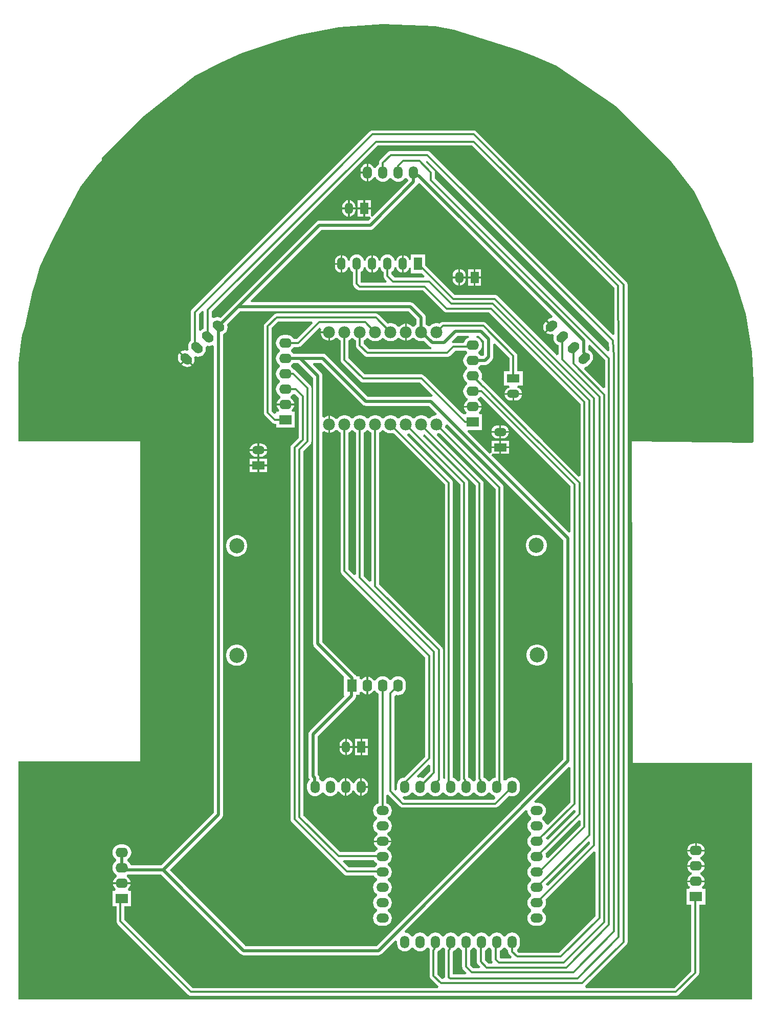
<source format=gbr>
G04*
G04 #@! TF.GenerationSoftware,Altium Limited,Altium Designer,24.9.1 (31)*
G04*
G04 Layer_Physical_Order=2*
G04 Layer_Color=16711680*
%FSLAX44Y44*%
%MOMM*%
G71*
G04*
G04 #@! TF.SameCoordinates,E522A728-1565-4151-A48C-DAC840DDD12B*
G04*
G04*
G04 #@! TF.FilePolarity,Positive*
G04*
G01*
G75*
%ADD30C,1.9800*%
G04:AMPARAMS|DCode=31|XSize=1.53mm|YSize=2.1mm|CornerRadius=0mm|HoleSize=0mm|Usage=FLASHONLY|Rotation=135.000|XOffset=0mm|YOffset=0mm|HoleType=Round|Shape=Round|*
%AMOVALD31*
21,1,0.5700,1.5300,0.0000,0.0000,225.0*
1,1,1.5300,0.2015,0.2015*
1,1,1.5300,-0.2015,-0.2015*
%
%ADD31OVALD31*%

%ADD32O,2.1000X1.5240*%
%ADD33O,1.5240X2.1000*%
%ADD34C,2.5000*%
%ADD35R,2.1000X1.3700*%
%ADD36O,2.1000X1.3700*%
%ADD37R,1.3700X1.9000*%
%ADD38O,1.3700X1.9000*%
%ADD39R,2.1000X1.6050*%
%ADD40O,2.1000X1.6050*%
%ADD41O,1.5300X2.1000*%
%ADD42O,1.6050X2.1000*%
%ADD43R,1.6050X2.1000*%
%ADD44O,1.3700X2.1000*%
%ADD45R,1.3700X2.1000*%
G04:AMPARAMS|DCode=46|XSize=1.53mm|YSize=2.1mm|CornerRadius=0mm|HoleSize=0mm|Usage=FLASHONLY|Rotation=225.000|XOffset=0mm|YOffset=0mm|HoleType=Round|Shape=Round|*
%AMOVALD46*
21,1,0.5700,1.5300,0.0000,0.0000,315.0*
1,1,1.5300,-0.2015,0.2015*
1,1,1.5300,0.2015,-0.2015*
%
%ADD46OVALD46*%

%ADD47C,0.3000*%
%ADD48C,0.5000*%
G36*
X1812121Y9587787D02*
X1843550Y9581827D01*
X1948180Y9549130D01*
X1977390Y9537700D01*
X2012950Y9522460D01*
X2110105Y9457055D01*
X2176780Y9390380D01*
X2204085Y9363075D01*
X2241550Y9314180D01*
X2265680Y9264650D01*
X2273300Y9246870D01*
X2276762Y9239088D01*
X2279650Y9232900D01*
X2297430Y9194800D01*
X2310348Y9163050D01*
X2326640Y9111208D01*
X2336800Y9048750D01*
X2339340Y8999220D01*
Y8901025D01*
X2337205Y8898917D01*
X2137814Y8901470D01*
X2139547Y8369300D01*
X2336800D01*
Y7978140D01*
X1123950D01*
X1122680Y7979410D01*
Y8371840D01*
X1324610D01*
Y8901430D01*
X1122680D01*
Y9029700D01*
X1126142Y9058986D01*
X1129030Y9076690D01*
X1133475Y9092565D01*
X1145540Y9147810D01*
X1150616Y9163050D01*
X1158240Y9190990D01*
X1180011Y9236710D01*
X1203960Y9282430D01*
X1224915Y9322435D01*
X1254760Y9359900D01*
X1261110Y9366250D01*
Y9370060D01*
X1330960Y9439910D01*
X1414780Y9505950D01*
X1457960Y9527540D01*
X1493520Y9544050D01*
X1555750Y9564370D01*
X1587500Y9573260D01*
X1653328Y9586172D01*
X1725930Y9591040D01*
X1812121Y9587787D01*
D02*
G37*
%LPC*%
G36*
X1389023Y9047172D02*
X1388077Y9045939D01*
X1386903Y9043105D01*
X1386503Y9040063D01*
X1386903Y9037023D01*
X1388077Y9034188D01*
X1389944Y9031755D01*
X1390899Y9030800D01*
X1398147Y9038048D01*
X1389023Y9047172D01*
D02*
G37*
G36*
X1400269Y9035927D02*
X1393020Y9028679D01*
X1393975Y9027724D01*
X1396409Y9025857D01*
X1399243Y9024683D01*
X1402284Y9024283D01*
X1405325Y9024683D01*
X1408159Y9025857D01*
X1409392Y9026803D01*
X1400269Y9035927D01*
D02*
G37*
G36*
X2246565Y8236649D02*
X2245590D01*
Y8226020D01*
X2258496D01*
X2258280Y8227659D01*
X2257069Y8230584D01*
X2255141Y8233096D01*
X2252629Y8235024D01*
X2249704Y8236235D01*
X2246565Y8236649D01*
D02*
G37*
G36*
X2242590D02*
X2241615D01*
X2238476Y8236235D01*
X2235551Y8235024D01*
X2233039Y8233096D01*
X2231111Y8230584D01*
X2229899Y8227659D01*
X2229684Y8226020D01*
X2242590D01*
Y8236649D01*
D02*
G37*
G36*
X2258496Y8223020D02*
X2244090D01*
X2229684D01*
X2229899Y8221381D01*
X2231111Y8218456D01*
X2233039Y8215944D01*
X2235551Y8214016D01*
X2236933Y8213444D01*
Y8210197D01*
X2235551Y8209624D01*
X2233039Y8207697D01*
X2231111Y8205184D01*
X2229899Y8202259D01*
X2229684Y8200620D01*
X2244090D01*
X2258496D01*
X2258280Y8202259D01*
X2257069Y8205184D01*
X2255141Y8207697D01*
X2252629Y8209624D01*
X2251247Y8210197D01*
Y8213444D01*
X2252629Y8214016D01*
X2255141Y8215944D01*
X2257069Y8218456D01*
X2258280Y8221381D01*
X2258496Y8223020D01*
D02*
G37*
G36*
X1875960Y9415478D02*
X1708912D01*
X1707215Y9415255D01*
X1705634Y9414600D01*
X1704276Y9413558D01*
X1410144Y9119426D01*
X1409102Y9118068D01*
X1408447Y9116487D01*
X1408224Y9114790D01*
Y9067838D01*
X1407191Y9067046D01*
X1405164Y9064404D01*
X1403889Y9061326D01*
X1403454Y9058024D01*
X1403889Y9054722D01*
X1404457Y9053351D01*
X1402161Y9051055D01*
X1401295Y9051414D01*
X1398253Y9051815D01*
X1395212Y9051414D01*
X1392378Y9050240D01*
X1391145Y9049293D01*
X1401329Y9039109D01*
X1411514Y9028925D01*
X1412460Y9030158D01*
X1413634Y9032992D01*
X1414034Y9036033D01*
X1413634Y9039075D01*
X1413275Y9039941D01*
X1415571Y9042237D01*
X1416942Y9041669D01*
X1420244Y9041234D01*
X1423546Y9041669D01*
X1426624Y9042944D01*
X1429266Y9044971D01*
X1431294Y9047614D01*
X1432569Y9050691D01*
X1433003Y9053994D01*
X1432569Y9057296D01*
X1432542Y9057361D01*
X1434838Y9059657D01*
X1434903Y9059630D01*
X1438205Y9059195D01*
X1441507Y9059630D01*
X1443585Y9060491D01*
X1446585Y9058986D01*
Y8287527D01*
X1359138Y8200081D01*
X1308789D01*
X1307728Y8202641D01*
X1305641Y8205361D01*
X1303429Y8207059D01*
X1303142Y8208772D01*
X1303429Y8210485D01*
X1305641Y8212183D01*
X1307728Y8214904D01*
X1309041Y8218072D01*
X1309488Y8221472D01*
X1309041Y8224872D01*
X1307728Y8228041D01*
X1305641Y8230762D01*
X1302920Y8232849D01*
X1299751Y8234162D01*
X1296351Y8234609D01*
X1291401D01*
X1288001Y8234162D01*
X1284832Y8232849D01*
X1282112Y8230762D01*
X1280024Y8228041D01*
X1278711Y8224872D01*
X1278264Y8221472D01*
X1278711Y8218072D01*
X1280024Y8214904D01*
X1282112Y8212183D01*
X1284323Y8210485D01*
X1284610Y8208772D01*
X1284323Y8207059D01*
X1282112Y8205361D01*
X1280024Y8202641D01*
X1278711Y8199472D01*
X1278264Y8196072D01*
X1278711Y8192672D01*
X1280024Y8189503D01*
X1282112Y8186782D01*
X1284832Y8184695D01*
X1285412Y8184454D01*
Y8181207D01*
X1285337Y8181176D01*
X1282825Y8179248D01*
X1280897Y8176736D01*
X1279686Y8173811D01*
X1279470Y8172172D01*
X1293876D01*
X1308282D01*
X1308067Y8173811D01*
X1306855Y8176736D01*
X1304927Y8179248D01*
X1302415Y8181176D01*
X1302340Y8181207D01*
Y8184454D01*
X1302920Y8184695D01*
X1303254Y8184951D01*
X1359138D01*
X1490279Y8053811D01*
X1490279Y8053811D01*
X1491845Y8052609D01*
X1493670Y8051853D01*
X1495628Y8051595D01*
X1495628Y8051595D01*
X1718558D01*
X1720516Y8051853D01*
X1722340Y8052609D01*
X1723907Y8053811D01*
X1746269Y8076173D01*
X1749269Y8074930D01*
Y8070510D01*
X1749703Y8067216D01*
X1750974Y8064146D01*
X1752997Y8061509D01*
X1755634Y8059487D01*
X1758703Y8058215D01*
X1761998Y8057781D01*
X1765293Y8058215D01*
X1768362Y8059487D01*
X1770999Y8061509D01*
X1773022Y8064146D01*
X1773074Y8064273D01*
X1776322D01*
X1776375Y8064146D01*
X1778397Y8061509D01*
X1781034Y8059487D01*
X1784104Y8058215D01*
X1787398Y8057781D01*
X1790692Y8058215D01*
X1793762Y8059487D01*
X1796399Y8061509D01*
X1798421Y8064146D01*
X1798474Y8064273D01*
X1801722D01*
X1801774Y8064146D01*
X1803562Y8061816D01*
X1803417Y8061467D01*
X1803194Y8059770D01*
Y8017510D01*
X1803417Y8015813D01*
X1804072Y8014232D01*
X1805114Y8012874D01*
X1817432Y8000556D01*
X1817641Y8000396D01*
X1816622Y7997396D01*
X1411146D01*
X1298146Y8110396D01*
Y8132247D01*
X1309376D01*
Y8158297D01*
X1304905D01*
X1303887Y8161297D01*
X1304927Y8162096D01*
X1306855Y8164608D01*
X1308067Y8167533D01*
X1308282Y8169172D01*
X1293876D01*
X1279470D01*
X1279686Y8167533D01*
X1280897Y8164608D01*
X1282825Y8162096D01*
X1283866Y8161297D01*
X1282847Y8158297D01*
X1278376D01*
Y8132247D01*
X1285034D01*
Y8107680D01*
X1285257Y8105983D01*
X1285912Y8104402D01*
X1286954Y8103044D01*
X1403794Y7986204D01*
X1405152Y7985162D01*
X1406733Y7984507D01*
X1408430Y7984284D01*
X2211070D01*
X2212767Y7984507D01*
X2214348Y7985162D01*
X2215706Y7986204D01*
X2247456Y8017954D01*
X2248498Y8019312D01*
X2249153Y8020893D01*
X2249376Y8022590D01*
Y8135295D01*
X2259590D01*
Y8161345D01*
X2255119D01*
X2254100Y8164345D01*
X2255141Y8165143D01*
X2257069Y8167656D01*
X2258280Y8170581D01*
X2258496Y8172220D01*
X2244090D01*
X2229684D01*
X2229899Y8170581D01*
X2231111Y8167656D01*
X2233039Y8165143D01*
X2234079Y8164345D01*
X2233061Y8161345D01*
X2228590D01*
Y8135295D01*
X2236264D01*
Y8025306D01*
X2208354Y7997396D01*
X2061450D01*
X2060431Y8000396D01*
X2060640Y8000556D01*
X2128838Y8068754D01*
X2129880Y8070112D01*
X2130535Y8071693D01*
X2130758Y8073390D01*
Y9160680D01*
X2130535Y9162377D01*
X2129880Y9163958D01*
X2128838Y9165316D01*
X1880596Y9413558D01*
X1879238Y9414600D01*
X1877657Y9415255D01*
X1875960Y9415478D01*
D02*
G37*
G36*
X2258496Y8197620D02*
X2244090D01*
X2229684D01*
X2229899Y8195981D01*
X2231111Y8193055D01*
X2233039Y8190544D01*
X2235551Y8188616D01*
X2236933Y8188044D01*
Y8184796D01*
X2235551Y8184224D01*
X2233039Y8182296D01*
X2231111Y8179785D01*
X2229899Y8176859D01*
X2229684Y8175220D01*
X2244090D01*
X2258496D01*
X2258280Y8176859D01*
X2257069Y8179785D01*
X2255141Y8182296D01*
X2252629Y8184224D01*
X2251247Y8184796D01*
Y8188044D01*
X2252629Y8188616D01*
X2255141Y8190544D01*
X2257069Y8193055D01*
X2258280Y8195981D01*
X2258496Y8197620D01*
D02*
G37*
%LPD*%
G36*
X1781865Y9102767D02*
Y9094636D01*
X1779932Y9093344D01*
X1777986Y9091398D01*
X1777742Y9091227D01*
X1777599Y9091177D01*
X1774225Y9091233D01*
X1772565Y9092893D01*
X1769395Y9094723D01*
X1765860Y9095670D01*
X1765530D01*
Y9081770D01*
Y9067870D01*
X1765860D01*
X1769395Y9068817D01*
X1772565Y9070647D01*
X1774225Y9072307D01*
X1777599Y9072363D01*
X1777742Y9072313D01*
X1777986Y9072142D01*
X1779932Y9070197D01*
X1782372Y9068566D01*
X1785084Y9067443D01*
X1787962Y9066870D01*
X1790898D01*
X1793776Y9067443D01*
X1793830Y9067465D01*
X1802274Y9059021D01*
X1802274Y9059021D01*
X1803840Y9057819D01*
X1805665Y9057063D01*
X1805870Y9057036D01*
X1805673Y9054036D01*
X1702992D01*
X1694386Y9062642D01*
Y9068358D01*
X1694888Y9068566D01*
X1697328Y9070197D01*
X1698591Y9071459D01*
X1700530Y9071973D01*
X1702469Y9071459D01*
X1703732Y9070197D01*
X1706172Y9068566D01*
X1708884Y9067443D01*
X1711763Y9066870D01*
X1714698D01*
X1717576Y9067443D01*
X1720288Y9068566D01*
X1722728Y9070197D01*
X1723991Y9071459D01*
X1725930Y9071973D01*
X1727869Y9071459D01*
X1729132Y9070197D01*
X1731572Y9068566D01*
X1734284Y9067443D01*
X1737162Y9066870D01*
X1740098D01*
X1742976Y9067443D01*
X1745688Y9068566D01*
X1748128Y9070197D01*
X1750074Y9072142D01*
X1750318Y9072313D01*
X1750461Y9072363D01*
X1753835Y9072307D01*
X1755495Y9070647D01*
X1758665Y9068817D01*
X1762200Y9067870D01*
X1762530D01*
Y9081770D01*
Y9095670D01*
X1762200D01*
X1758665Y9094723D01*
X1755495Y9092893D01*
X1753835Y9091233D01*
X1750461Y9091177D01*
X1750318Y9091227D01*
X1750074Y9091398D01*
X1748128Y9093344D01*
X1745688Y9094974D01*
X1742976Y9096097D01*
X1740098Y9096670D01*
X1737162D01*
X1734284Y9096097D01*
X1733782Y9095890D01*
X1718866Y9110806D01*
X1717508Y9111848D01*
X1715927Y9112502D01*
X1714230Y9112726D01*
X1549924D01*
X1548227Y9112502D01*
X1546646Y9111848D01*
X1545288Y9110806D01*
X1530794Y9096312D01*
X1529752Y9094954D01*
X1529097Y9093373D01*
X1528874Y9091676D01*
Y8948674D01*
X1529097Y8946977D01*
X1529752Y8945396D01*
X1530794Y8944038D01*
X1542478Y8932354D01*
X1543836Y8931312D01*
X1545417Y8930657D01*
X1547114Y8930434D01*
X1549140D01*
Y8923965D01*
X1580140D01*
Y8950015D01*
X1575669D01*
X1574651Y8953015D01*
X1575691Y8953813D01*
X1577619Y8956326D01*
X1578831Y8959251D01*
X1579046Y8960890D01*
X1564640D01*
X1550234D01*
X1550450Y8959251D01*
X1551661Y8956326D01*
X1553589Y8953813D01*
X1554630Y8953015D01*
X1553611Y8950015D01*
X1549140D01*
Y8948156D01*
X1546368Y8947007D01*
X1541986Y8951390D01*
Y9088961D01*
X1552640Y9099614D01*
X1608663D01*
X1609811Y9096842D01*
X1583514Y9070546D01*
X1578498D01*
X1578492Y9070558D01*
X1576405Y9073279D01*
X1573684Y9075367D01*
X1570515Y9076680D01*
X1567115Y9077128D01*
X1562165D01*
X1558765Y9076680D01*
X1555596Y9075367D01*
X1552876Y9073279D01*
X1550788Y9070558D01*
X1549475Y9067390D01*
X1549028Y9063990D01*
X1549475Y9060590D01*
X1550788Y9057421D01*
X1552876Y9054700D01*
X1555087Y9053004D01*
X1555374Y9051290D01*
X1555087Y9049576D01*
X1552876Y9047880D01*
X1550788Y9045159D01*
X1549475Y9041990D01*
X1549028Y9038590D01*
X1549475Y9035190D01*
X1550788Y9032021D01*
X1552876Y9029301D01*
X1555087Y9027604D01*
X1555374Y9025890D01*
X1555087Y9024177D01*
X1552876Y9022479D01*
X1550788Y9019759D01*
X1549475Y9016590D01*
X1549028Y9013190D01*
X1549475Y9009790D01*
X1550788Y9006621D01*
X1552876Y9003901D01*
X1555087Y9002203D01*
X1555374Y9000490D01*
X1555087Y8998776D01*
X1552876Y8997079D01*
X1550788Y8994359D01*
X1549475Y8991190D01*
X1549028Y8987790D01*
X1549475Y8984390D01*
X1550788Y8981221D01*
X1552876Y8978500D01*
X1555596Y8976413D01*
X1556176Y8976172D01*
Y8972925D01*
X1556101Y8972894D01*
X1553589Y8970966D01*
X1551661Y8968455D01*
X1550450Y8965529D01*
X1550234Y8963890D01*
X1564640D01*
X1579046D01*
X1578831Y8965529D01*
X1577619Y8968455D01*
X1575691Y8970966D01*
X1573179Y8972894D01*
X1573104Y8972925D01*
Y8976172D01*
X1573684Y8976413D01*
X1576405Y8978500D01*
X1576741Y8978939D01*
X1580723Y8979200D01*
X1586532Y8973391D01*
Y8906949D01*
X1575244Y8895662D01*
X1574202Y8894304D01*
X1573547Y8892723D01*
X1573324Y8891026D01*
Y8276707D01*
X1573547Y8275010D01*
X1574202Y8273428D01*
X1575244Y8272070D01*
X1661974Y8185340D01*
X1663332Y8184298D01*
X1664913Y8183643D01*
X1666610Y8183420D01*
X1710923D01*
X1711264Y8182596D01*
X1713287Y8179959D01*
X1715924Y8177936D01*
X1716051Y8177883D01*
Y8174636D01*
X1715924Y8174584D01*
X1713287Y8172560D01*
X1711264Y8169924D01*
X1709993Y8166854D01*
X1709559Y8163560D01*
X1709993Y8160266D01*
X1711264Y8157195D01*
X1713287Y8154559D01*
X1715924Y8152537D01*
X1716051Y8152484D01*
Y8149236D01*
X1715924Y8149183D01*
X1713287Y8147161D01*
X1711264Y8144525D01*
X1709993Y8141454D01*
X1709559Y8138160D01*
X1709993Y8134866D01*
X1711264Y8131796D01*
X1713287Y8129160D01*
X1715924Y8127136D01*
X1716051Y8127084D01*
Y8123837D01*
X1715924Y8123784D01*
X1713287Y8121761D01*
X1711264Y8119124D01*
X1709993Y8116055D01*
X1709559Y8112760D01*
X1709993Y8109465D01*
X1711264Y8106396D01*
X1713287Y8103759D01*
X1715924Y8101736D01*
X1718994Y8100465D01*
X1722288Y8100031D01*
X1728048D01*
X1731342Y8100465D01*
X1734412Y8101736D01*
X1737049Y8103759D01*
X1739072Y8106396D01*
X1740343Y8109465D01*
X1740777Y8112760D01*
X1740343Y8116055D01*
X1739072Y8119124D01*
X1737049Y8121761D01*
X1734412Y8123784D01*
X1734285Y8123837D01*
Y8127084D01*
X1734412Y8127136D01*
X1737049Y8129160D01*
X1739072Y8131796D01*
X1740343Y8134866D01*
X1740777Y8138160D01*
X1740343Y8141454D01*
X1739072Y8144525D01*
X1737049Y8147161D01*
X1734412Y8149183D01*
X1734285Y8149236D01*
Y8152484D01*
X1734412Y8152537D01*
X1737049Y8154559D01*
X1739072Y8157195D01*
X1740343Y8160266D01*
X1740777Y8163560D01*
X1740343Y8166854D01*
X1739072Y8169924D01*
X1737049Y8172560D01*
X1734412Y8174584D01*
X1734285Y8174636D01*
Y8177883D01*
X1734412Y8177936D01*
X1737049Y8179959D01*
X1739072Y8182596D01*
X1740343Y8185665D01*
X1740777Y8188960D01*
X1740343Y8192255D01*
X1739072Y8195324D01*
X1737049Y8197961D01*
X1734412Y8199984D01*
X1734285Y8200037D01*
Y8203284D01*
X1734412Y8203337D01*
X1737049Y8205359D01*
X1739072Y8207996D01*
X1740343Y8211066D01*
X1740777Y8214360D01*
X1740343Y8217654D01*
X1739072Y8220724D01*
X1737049Y8223361D01*
X1734412Y8225383D01*
X1732978Y8225978D01*
X1732978Y8229225D01*
X1733908Y8229610D01*
X1736335Y8231473D01*
X1738198Y8233900D01*
X1739369Y8236727D01*
X1739571Y8238260D01*
X1725168D01*
X1710765D01*
X1710967Y8236727D01*
X1712138Y8233900D01*
X1714001Y8231473D01*
X1716428Y8229610D01*
X1717358Y8229225D01*
X1717358Y8225978D01*
X1715924Y8225383D01*
X1713287Y8223361D01*
X1712191Y8221932D01*
X1655240D01*
X1594436Y8282736D01*
Y8884997D01*
X1605724Y8896285D01*
X1606766Y8897642D01*
X1607421Y8899224D01*
X1607644Y8900920D01*
Y8989442D01*
X1607421Y8991139D01*
X1606766Y8992720D01*
X1605724Y8994078D01*
X1581976Y9017826D01*
X1580618Y9018868D01*
X1579037Y9019523D01*
X1578564Y9019585D01*
X1578492Y9019759D01*
X1576405Y9022479D01*
X1574193Y9024177D01*
X1573906Y9025890D01*
X1574193Y9027604D01*
X1576405Y9029301D01*
X1577728Y9031025D01*
X1586145D01*
X1610669Y9006501D01*
Y8566658D01*
X1610927Y8564700D01*
X1611683Y8562876D01*
X1612885Y8561309D01*
X1661597Y8512597D01*
Y8481816D01*
X1661597D01*
X1662426Y8479816D01*
X1605011Y8422401D01*
X1603809Y8420834D01*
X1603053Y8419010D01*
X1602795Y8417052D01*
Y8347550D01*
X1603053Y8345592D01*
X1603809Y8343768D01*
X1604976Y8342247D01*
X1604407Y8341811D01*
X1602384Y8339174D01*
X1601113Y8336105D01*
X1600679Y8332810D01*
Y8327050D01*
X1601113Y8323755D01*
X1602384Y8320685D01*
X1604407Y8318049D01*
X1607044Y8316027D01*
X1610114Y8314755D01*
X1613408Y8314321D01*
X1616703Y8314755D01*
X1619772Y8316027D01*
X1622409Y8318049D01*
X1624431Y8320685D01*
X1624484Y8320813D01*
X1627732D01*
X1627784Y8320685D01*
X1629807Y8318049D01*
X1632444Y8316027D01*
X1635513Y8314755D01*
X1638808Y8314321D01*
X1642103Y8314755D01*
X1645172Y8316027D01*
X1647809Y8318049D01*
X1649832Y8320685D01*
X1650426Y8322120D01*
X1653673Y8322120D01*
X1654058Y8321190D01*
X1655921Y8318762D01*
X1658348Y8316900D01*
X1661175Y8315729D01*
X1662708Y8315527D01*
Y8329931D01*
Y8344333D01*
X1661175Y8344131D01*
X1658348Y8342960D01*
X1655921Y8341097D01*
X1654058Y8338670D01*
X1653673Y8337740D01*
X1650426Y8337740D01*
X1649832Y8339174D01*
X1647809Y8341811D01*
X1645172Y8343834D01*
X1642103Y8345105D01*
X1638808Y8345539D01*
X1635513Y8345105D01*
X1632444Y8343834D01*
X1629807Y8341811D01*
X1627784Y8339174D01*
X1627732Y8339047D01*
X1624484D01*
X1624431Y8339174D01*
X1622409Y8341811D01*
X1620425Y8343333D01*
Y8345050D01*
X1620425Y8345050D01*
X1620167Y8347008D01*
X1619411Y8348832D01*
X1618209Y8350399D01*
X1617925Y8350684D01*
Y8413918D01*
X1679463Y8475457D01*
X1680665Y8477023D01*
X1681421Y8478848D01*
X1681679Y8480806D01*
Y8481816D01*
X1687647D01*
Y8486287D01*
X1690647Y8487305D01*
X1691446Y8486265D01*
X1693958Y8484337D01*
X1696883Y8483126D01*
X1698522Y8482910D01*
Y8497316D01*
Y8511722D01*
X1696883Y8511506D01*
X1693958Y8510295D01*
X1691446Y8508367D01*
X1690647Y8507327D01*
X1687647Y8508345D01*
Y8512816D01*
X1681685D01*
X1681173Y8514052D01*
X1679971Y8515619D01*
X1625799Y8569791D01*
Y8916701D01*
X1627576Y8917720D01*
X1628799Y8918072D01*
X1631665Y8916417D01*
X1635200Y8915470D01*
X1635530D01*
Y8929371D01*
Y8943270D01*
X1635200D01*
X1631665Y8942323D01*
X1628799Y8940668D01*
X1627576Y8941020D01*
X1625799Y8942039D01*
Y9009634D01*
X1625541Y9011592D01*
X1624785Y9013416D01*
X1623583Y9014983D01*
X1610312Y9028254D01*
X1611461Y9031025D01*
X1623737D01*
X1692641Y8962121D01*
X1694208Y8960919D01*
X1696032Y8960163D01*
X1697990Y8959905D01*
X1802299D01*
X1814934Y8947270D01*
X1813691Y8944270D01*
X1813362D01*
X1810484Y8943698D01*
X1807772Y8942574D01*
X1805332Y8940944D01*
X1804069Y8939681D01*
X1802130Y8939167D01*
X1800191Y8939681D01*
X1798928Y8940944D01*
X1796488Y8942574D01*
X1793776Y8943698D01*
X1790898Y8944270D01*
X1787962D01*
X1785084Y8943698D01*
X1782372Y8942574D01*
X1779932Y8940944D01*
X1778669Y8939681D01*
X1776730Y8939167D01*
X1774791Y8939681D01*
X1773528Y8940944D01*
X1771088Y8942574D01*
X1768376Y8943698D01*
X1765497Y8944270D01*
X1762563D01*
X1759684Y8943698D01*
X1756972Y8942574D01*
X1754532Y8940944D01*
X1753269Y8939681D01*
X1751330Y8939167D01*
X1749391Y8939681D01*
X1748128Y8940944D01*
X1745688Y8942574D01*
X1742976Y8943698D01*
X1740098Y8944270D01*
X1737162D01*
X1734284Y8943698D01*
X1731572Y8942574D01*
X1729132Y8940944D01*
X1727869Y8939681D01*
X1725930Y8939167D01*
X1723991Y8939681D01*
X1722728Y8940944D01*
X1720288Y8942574D01*
X1717576Y8943698D01*
X1714698Y8944270D01*
X1711763D01*
X1708884Y8943698D01*
X1706172Y8942574D01*
X1703732Y8940944D01*
X1702469Y8939681D01*
X1700530Y8939167D01*
X1698591Y8939681D01*
X1697328Y8940944D01*
X1694888Y8942574D01*
X1692176Y8943698D01*
X1689297Y8944270D01*
X1686362D01*
X1683484Y8943698D01*
X1680772Y8942574D01*
X1678332Y8940944D01*
X1677069Y8939681D01*
X1675130Y8939167D01*
X1673191Y8939681D01*
X1671928Y8940944D01*
X1669488Y8942574D01*
X1666776Y8943698D01*
X1663898Y8944270D01*
X1660963D01*
X1658084Y8943698D01*
X1655372Y8942574D01*
X1652932Y8940944D01*
X1650986Y8938998D01*
X1650742Y8938828D01*
X1650599Y8938776D01*
X1647225Y8938833D01*
X1645565Y8940493D01*
X1642395Y8942323D01*
X1638860Y8943270D01*
X1638530D01*
Y8929371D01*
Y8915470D01*
X1638860D01*
X1642395Y8916417D01*
X1645565Y8918247D01*
X1647225Y8919907D01*
X1650599Y8919963D01*
X1650742Y8919913D01*
X1650986Y8919742D01*
X1652932Y8917797D01*
X1655372Y8916166D01*
X1655874Y8915958D01*
Y8687054D01*
X1656097Y8685357D01*
X1656752Y8683776D01*
X1657794Y8682418D01*
X1796082Y8544130D01*
Y8380143D01*
X1761398Y8345460D01*
X1758703Y8345105D01*
X1755634Y8343834D01*
X1752997Y8341811D01*
X1750974Y8339174D01*
X1749703Y8336105D01*
X1749269Y8332810D01*
Y8327050D01*
X1749513Y8325195D01*
X1746672Y8323794D01*
X1744678Y8325787D01*
Y8480041D01*
X1747347Y8482094D01*
X1747583Y8482130D01*
X1750822Y8481703D01*
X1754222Y8482151D01*
X1757391Y8483464D01*
X1760112Y8485552D01*
X1762199Y8488272D01*
X1763512Y8491441D01*
X1763959Y8494841D01*
Y8499791D01*
X1763512Y8503191D01*
X1762199Y8506360D01*
X1760112Y8509080D01*
X1757391Y8511168D01*
X1754222Y8512480D01*
X1750822Y8512928D01*
X1747422Y8512480D01*
X1744253Y8511168D01*
X1741532Y8509080D01*
X1739836Y8506869D01*
X1738122Y8506581D01*
X1736409Y8506869D01*
X1734711Y8509080D01*
X1731991Y8511168D01*
X1728822Y8512480D01*
X1725422Y8512928D01*
X1722022Y8512480D01*
X1718853Y8511168D01*
X1716133Y8509080D01*
X1714045Y8506360D01*
X1713804Y8505779D01*
X1710557D01*
X1710526Y8505855D01*
X1708598Y8508367D01*
X1706086Y8510295D01*
X1703161Y8511506D01*
X1701522Y8511722D01*
Y8497316D01*
Y8482910D01*
X1703161Y8483126D01*
X1706086Y8484337D01*
X1708598Y8486265D01*
X1710526Y8488777D01*
X1710557Y8488853D01*
X1713804D01*
X1714045Y8488272D01*
X1716133Y8485552D01*
X1718612Y8483649D01*
Y8302697D01*
X1715924Y8301583D01*
X1713287Y8299561D01*
X1711264Y8296924D01*
X1709993Y8293854D01*
X1709559Y8290560D01*
X1709993Y8287266D01*
X1711264Y8284196D01*
X1713287Y8281559D01*
X1715924Y8279537D01*
X1716051Y8279484D01*
Y8276237D01*
X1715924Y8276183D01*
X1713287Y8274161D01*
X1711264Y8271525D01*
X1709993Y8268455D01*
X1709559Y8265160D01*
X1709993Y8261865D01*
X1711264Y8258796D01*
X1713287Y8256159D01*
X1715924Y8254136D01*
X1717358Y8253542D01*
X1717358Y8250295D01*
X1716428Y8249910D01*
X1714001Y8248047D01*
X1712138Y8245620D01*
X1710967Y8242794D01*
X1710765Y8241260D01*
X1725168D01*
X1739571D01*
X1739369Y8242794D01*
X1738198Y8245620D01*
X1736335Y8248047D01*
X1733908Y8249910D01*
X1732978Y8250295D01*
X1732978Y8253542D01*
X1734412Y8254136D01*
X1737049Y8256159D01*
X1739072Y8258796D01*
X1740343Y8261865D01*
X1740777Y8265160D01*
X1740343Y8268455D01*
X1739072Y8271525D01*
X1737049Y8274161D01*
X1734412Y8276183D01*
X1734285Y8276237D01*
Y8279484D01*
X1734412Y8279537D01*
X1737049Y8281559D01*
X1739072Y8284196D01*
X1740343Y8287266D01*
X1740777Y8290560D01*
X1740343Y8293854D01*
X1739072Y8296924D01*
X1737049Y8299561D01*
X1734412Y8301583D01*
X1731724Y8302697D01*
Y8315956D01*
X1734724Y8317198D01*
X1754314Y8297608D01*
X1755672Y8296566D01*
X1757253Y8295911D01*
X1758950Y8295688D01*
X1912112D01*
X1913809Y8295911D01*
X1915390Y8296566D01*
X1916748Y8297608D01*
X1934659Y8315519D01*
X1936503Y8314755D01*
X1939798Y8314321D01*
X1943092Y8314755D01*
X1946162Y8316027D01*
X1948799Y8318049D01*
X1950822Y8320685D01*
X1952093Y8323755D01*
X1952527Y8327050D01*
Y8332810D01*
X1952093Y8336105D01*
X1950822Y8339174D01*
X1948799Y8341811D01*
X1946162Y8343834D01*
X1943092Y8345105D01*
X1939798Y8345539D01*
X1936503Y8345105D01*
X1933434Y8343834D01*
X1930797Y8341811D01*
X1929963Y8340723D01*
X1926295Y8340410D01*
X1926158Y8340478D01*
X1925526Y8341086D01*
Y8825230D01*
X1925303Y8826927D01*
X1924648Y8828508D01*
X1923606Y8829866D01*
X1828950Y8924522D01*
X1829157Y8925024D01*
X1829730Y8927902D01*
Y8928231D01*
X1832730Y8929474D01*
X1833846Y8928358D01*
X1833847Y8928357D01*
X2024435Y8737769D01*
Y8375735D01*
X1715425Y8066725D01*
X1498761D01*
X1372970Y8192516D01*
X1459499Y8279045D01*
X1459499Y8279045D01*
X1460701Y8280612D01*
X1461457Y8282437D01*
X1461715Y8284395D01*
X1461715Y8284395D01*
Y9078521D01*
X1462545Y9078865D01*
X1465187Y9080893D01*
X1467215Y9083535D01*
X1468490Y9086613D01*
X1468924Y9089915D01*
X1468490Y9093217D01*
X1467800Y9094882D01*
X1489033Y9116115D01*
X1768517D01*
X1781865Y9102767D01*
D02*
G37*
G36*
X1429634Y9116129D02*
Y9087796D01*
X1427795Y9087035D01*
X1425152Y9085007D01*
X1424336Y9083943D01*
X1421336Y9084962D01*
Y9112075D01*
X1426634Y9117372D01*
X1429634Y9116129D01*
D02*
G37*
G36*
X2108698Y9155599D02*
X2109362Y9078312D01*
X2106596Y9077152D01*
X1804244Y9379504D01*
X1802886Y9380546D01*
X1801305Y9381201D01*
X1799608Y9381424D01*
X1738866D01*
X1737169Y9381201D01*
X1735588Y9380546D01*
X1734230Y9379504D01*
X1721294Y9366568D01*
X1720252Y9365210D01*
X1719597Y9363629D01*
X1719374Y9361932D01*
Y9359694D01*
X1716908Y9357802D01*
X1714880Y9355159D01*
X1714312Y9353788D01*
X1711065D01*
X1710706Y9354655D01*
X1708839Y9357089D01*
X1706405Y9358956D01*
X1703571Y9360130D01*
X1702030Y9360333D01*
Y9345931D01*
X1700530D01*
D01*
X1702030D01*
Y9331527D01*
X1703571Y9331730D01*
X1706405Y9332903D01*
X1708839Y9334771D01*
X1710706Y9337205D01*
X1711065Y9338071D01*
X1714312D01*
X1714880Y9336700D01*
X1716908Y9334058D01*
X1719550Y9332030D01*
X1722628Y9330756D01*
X1725930Y9330321D01*
X1729232Y9330756D01*
X1732310Y9332030D01*
X1734952Y9334058D01*
X1736980Y9336700D01*
X1737006Y9336765D01*
X1740254D01*
X1740280Y9336700D01*
X1742308Y9334058D01*
X1744950Y9332030D01*
X1748028Y9330756D01*
X1751330Y9330321D01*
X1754632Y9330756D01*
X1757710Y9332030D01*
X1760352Y9334058D01*
X1762380Y9336700D01*
X1762406Y9336765D01*
X1765654D01*
X1765680Y9336700D01*
X1767708Y9334058D01*
X1767843Y9331993D01*
X1708755Y9272905D01*
X1705792Y9274185D01*
X1705792Y9275501D01*
Y9284993D01*
X1696442D01*
Y9272994D01*
X1703085D01*
X1704601Y9272994D01*
X1705881Y9270031D01*
X1701969Y9266119D01*
X1620774D01*
X1618816Y9265861D01*
X1616992Y9265105D01*
X1615425Y9263903D01*
X1480551Y9129029D01*
X1457102Y9105580D01*
X1455437Y9106270D01*
X1452135Y9106704D01*
X1448832Y9106270D01*
X1445755Y9104995D01*
X1445746Y9104988D01*
X1442746Y9106467D01*
Y9116212D01*
X1716962Y9390428D01*
X1873869D01*
X2108698Y9155599D01*
D02*
G37*
G36*
X1868645Y9072870D02*
X1865476Y9071557D01*
X1862755Y9069470D01*
X1860668Y9066749D01*
X1859628Y9064239D01*
X1842813D01*
X1841473Y9064062D01*
X1840804Y9064752D01*
X1839946Y9066778D01*
X1848897Y9075729D01*
X1868054D01*
X1868645Y9072870D01*
D02*
G37*
G36*
X2100103Y9065101D02*
X2101028Y9051159D01*
X2098296Y9049920D01*
X2071775Y9076440D01*
X2071775Y9076440D01*
X1812115Y9336100D01*
Y9345803D01*
X1811892Y9347500D01*
X1811237Y9349081D01*
X1810195Y9350439D01*
X1797467Y9363167D01*
X1798455Y9366422D01*
X1798728Y9366476D01*
X2100103Y9065101D01*
D02*
G37*
G36*
X2006589Y9108929D02*
X2005514Y9105761D01*
X2004033Y9105566D01*
X2001199Y9104392D01*
X1998766Y9102525D01*
X1997811Y9101570D01*
X2006120Y9093262D01*
X2005060Y9092201D01*
X2006120Y9091141D01*
X1995935Y9080956D01*
X1997169Y9080009D01*
X2000003Y9078835D01*
X2003044Y9078435D01*
X2006085Y9078835D01*
X2006952Y9079194D01*
X2009248Y9076898D01*
X2008680Y9075527D01*
X2008245Y9072225D01*
X2008680Y9068923D01*
X2009955Y9065845D01*
X2011982Y9063203D01*
X2014625Y9061176D01*
X2016463Y9060414D01*
Y9044944D01*
X2013692Y9043796D01*
X1915966Y9141522D01*
X1914609Y9142563D01*
X1913027Y9143218D01*
X1911331Y9143442D01*
X1844980D01*
X1796200Y9192222D01*
Y9210300D01*
X1772500D01*
Y9201636D01*
X1769521Y9201282D01*
X1768427Y9203922D01*
X1766688Y9206188D01*
X1764422Y9207927D01*
X1761782Y9209021D01*
X1760450Y9209196D01*
Y9194800D01*
Y9180404D01*
X1761782Y9180579D01*
X1764422Y9181672D01*
X1766688Y9183412D01*
X1768427Y9185678D01*
X1769521Y9188318D01*
X1772500Y9187964D01*
Y9179300D01*
X1790578D01*
X1795137Y9174742D01*
X1793988Y9171970D01*
X1745586D01*
X1740106Y9177449D01*
Y9181244D01*
X1742001Y9182698D01*
X1743901Y9185174D01*
X1745095Y9188057D01*
X1745241Y9189169D01*
X1748267D01*
X1748379Y9188318D01*
X1749473Y9185678D01*
X1751212Y9183412D01*
X1753478Y9181672D01*
X1756118Y9180579D01*
X1757450Y9180404D01*
Y9194800D01*
Y9209196D01*
X1756118Y9209021D01*
X1753478Y9207927D01*
X1751212Y9206188D01*
X1749473Y9203922D01*
X1748379Y9201282D01*
X1748267Y9200432D01*
X1745241D01*
X1745095Y9201544D01*
X1743901Y9204426D01*
X1742001Y9206901D01*
X1739526Y9208801D01*
X1736644Y9209995D01*
X1733550Y9210402D01*
X1730457Y9209995D01*
X1727574Y9208801D01*
X1725099Y9206901D01*
X1723199Y9204426D01*
X1722005Y9201544D01*
X1721859Y9200432D01*
X1718833D01*
X1718721Y9201282D01*
X1717628Y9203922D01*
X1715888Y9206188D01*
X1713622Y9207927D01*
X1710982Y9209021D01*
X1709650Y9209196D01*
Y9194800D01*
Y9180404D01*
X1710982Y9180579D01*
X1713622Y9181672D01*
X1715888Y9183412D01*
X1717628Y9185678D01*
X1718721Y9188318D01*
X1718833Y9189169D01*
X1721859D01*
X1722005Y9188057D01*
X1723199Y9185174D01*
X1725099Y9182698D01*
X1726994Y9181244D01*
Y9174734D01*
X1727217Y9173037D01*
X1727872Y9171456D01*
X1728914Y9170098D01*
X1732271Y9166742D01*
X1731122Y9163970D01*
X1689832D01*
X1689306Y9164496D01*
Y9181244D01*
X1691201Y9182698D01*
X1693101Y9185174D01*
X1694295Y9188057D01*
X1694441Y9189169D01*
X1697467D01*
X1697579Y9188318D01*
X1698672Y9185678D01*
X1700412Y9183412D01*
X1702678Y9181672D01*
X1705318Y9180579D01*
X1706650Y9180404D01*
Y9194800D01*
Y9209196D01*
X1705318Y9209021D01*
X1702678Y9207927D01*
X1700412Y9206188D01*
X1698672Y9203922D01*
X1697579Y9201282D01*
X1697467Y9200432D01*
X1694441D01*
X1694295Y9201544D01*
X1693101Y9204426D01*
X1691201Y9206901D01*
X1688726Y9208801D01*
X1685844Y9209995D01*
X1682750Y9210402D01*
X1679657Y9209995D01*
X1676774Y9208801D01*
X1674299Y9206901D01*
X1672399Y9204426D01*
X1671205Y9201544D01*
X1671059Y9200432D01*
X1668033D01*
X1667921Y9201282D01*
X1666828Y9203922D01*
X1665088Y9206188D01*
X1662822Y9207927D01*
X1660182Y9209021D01*
X1658850Y9209196D01*
Y9194800D01*
Y9180404D01*
X1660182Y9180579D01*
X1662822Y9181672D01*
X1665088Y9183412D01*
X1666828Y9185678D01*
X1667921Y9188318D01*
X1668033Y9189169D01*
X1671059D01*
X1671205Y9188057D01*
X1672399Y9185174D01*
X1674299Y9182698D01*
X1676194Y9181244D01*
Y9161780D01*
X1676417Y9160083D01*
X1677072Y9158502D01*
X1678114Y9157144D01*
X1682480Y9152778D01*
X1683838Y9151736D01*
X1685419Y9151082D01*
X1687116Y9150858D01*
X1792350D01*
X1826958Y9116250D01*
X1828316Y9115208D01*
X1829897Y9114553D01*
X1831594Y9114330D01*
X1901988D01*
X2052876Y8963442D01*
Y8844353D01*
X2050104Y8843205D01*
X1990788Y8902521D01*
X1990788Y8902521D01*
X1983669Y8909640D01*
X1896694Y8996616D01*
X1896102Y8997070D01*
X1888955Y9004217D01*
X1889685Y9005980D01*
X1890132Y9009380D01*
X1889685Y9012780D01*
X1888372Y9015948D01*
X1886284Y9018669D01*
X1884073Y9020366D01*
X1883786Y9022080D01*
X1884073Y9023793D01*
X1886284Y9025491D01*
X1887608Y9027216D01*
X1894840D01*
X1896798Y9027473D01*
X1898622Y9028229D01*
X1900189Y9029431D01*
X1906539Y9035781D01*
X1906539Y9035781D01*
X1907741Y9037347D01*
X1908497Y9039172D01*
X1908755Y9041130D01*
Y9062284D01*
X1911526Y9063432D01*
X1935274Y9039684D01*
Y9016912D01*
X1926330D01*
Y8993212D01*
X1934994D01*
X1935348Y8990233D01*
X1932708Y8989139D01*
X1930442Y8987401D01*
X1928703Y8985134D01*
X1927609Y8982495D01*
X1927434Y8981161D01*
X1941830D01*
X1956226D01*
X1956051Y8982495D01*
X1954957Y8985134D01*
X1953218Y8987401D01*
X1950952Y8989139D01*
X1948312Y8990233D01*
X1948666Y8993212D01*
X1957330D01*
Y9016912D01*
X1948386D01*
Y9042400D01*
X1948163Y9044097D01*
X1947508Y9045678D01*
X1946466Y9047036D01*
X1896572Y9096930D01*
X1895214Y9097972D01*
X1893633Y9098627D01*
X1891936Y9098850D01*
X1825354D01*
X1823657Y9098627D01*
X1822076Y9097972D01*
X1820718Y9096930D01*
X1819678Y9095890D01*
X1819176Y9096097D01*
X1816297Y9096670D01*
X1813362D01*
X1810484Y9096097D01*
X1807772Y9094974D01*
X1805332Y9093344D01*
X1804069Y9092081D01*
X1802130Y9091567D01*
X1800191Y9092081D01*
X1798928Y9093344D01*
X1796995Y9094636D01*
Y9105900D01*
X1796737Y9107858D01*
X1795981Y9109683D01*
X1794779Y9111249D01*
X1794779Y9111249D01*
X1776999Y9129029D01*
X1775432Y9130231D01*
X1773608Y9130987D01*
X1771650Y9131245D01*
X1508082D01*
X1506935Y9134016D01*
X1623907Y9250989D01*
X1705102D01*
X1707060Y9251247D01*
X1708884Y9252003D01*
X1710451Y9253205D01*
X1782079Y9324833D01*
X1782079Y9324833D01*
X1783281Y9326400D01*
X1783748Y9327527D01*
X1785870Y9328347D01*
X1787090Y9328428D01*
X2006589Y9108929D01*
D02*
G37*
G36*
X1893625Y9067179D02*
Y9044263D01*
X1891707Y9042345D01*
X1887608D01*
X1886284Y9044069D01*
X1884073Y9045767D01*
X1883786Y9047480D01*
X1884073Y9049194D01*
X1886284Y9050891D01*
X1888372Y9053611D01*
X1889685Y9056780D01*
X1890132Y9060180D01*
X1889685Y9063580D01*
X1888372Y9066749D01*
X1886284Y9069470D01*
X1883564Y9071557D01*
X1880395Y9072870D01*
X1880986Y9075729D01*
X1885075D01*
X1893625Y9067179D01*
D02*
G37*
G36*
X2093646Y9036026D02*
Y8990389D01*
X2090874Y8989241D01*
X2059286Y9020829D01*
X2060228Y9023979D01*
X2063305Y9025254D01*
X2065948Y9027282D01*
X2069978Y9031312D01*
X2072006Y9033955D01*
X2073280Y9037032D01*
X2073715Y9040334D01*
X2073280Y9043637D01*
X2072006Y9046714D01*
X2069978Y9049357D01*
X2067336Y9051384D01*
X2065710Y9052057D01*
Y9060042D01*
X2068482Y9061190D01*
X2093646Y9036026D01*
D02*
G37*
G36*
X1621888Y9089344D02*
X1622532Y9088695D01*
X1623791Y9086068D01*
X1623130Y9083600D01*
Y9083270D01*
X1637030D01*
Y9081770D01*
X1638530D01*
Y9067870D01*
X1638860D01*
X1642395Y9068817D01*
X1645565Y9070647D01*
X1647225Y9072307D01*
X1650599Y9072363D01*
X1650742Y9072313D01*
X1650986Y9072142D01*
X1652932Y9070197D01*
X1655372Y9068566D01*
X1655874Y9068358D01*
Y9036050D01*
X1656097Y9034353D01*
X1656752Y9032772D01*
X1657794Y9031414D01*
X1688561Y9000647D01*
X1689919Y8999605D01*
X1691500Y8998950D01*
X1693197Y8998727D01*
X1787177D01*
X1808355Y8977549D01*
X1807915Y8976285D01*
X1806807Y8974854D01*
X1805432Y8975035D01*
X1701123D01*
X1632219Y9043939D01*
X1630652Y9045141D01*
X1628828Y9045897D01*
X1626870Y9046155D01*
X1577728D01*
X1576405Y9047880D01*
X1574193Y9049576D01*
X1573906Y9051290D01*
X1574193Y9053004D01*
X1576405Y9054700D01*
X1578492Y9057421D01*
X1578498Y9057434D01*
X1586230D01*
X1587927Y9057657D01*
X1589508Y9058312D01*
X1590866Y9059354D01*
X1620976Y9089464D01*
X1621888Y9089344D01*
D02*
G37*
G36*
X1677069Y9071459D02*
X1678332Y9070197D01*
X1680772Y9068566D01*
X1681274Y9068358D01*
Y9059926D01*
X1681497Y9058229D01*
X1682152Y9056648D01*
X1683194Y9055290D01*
X1695640Y9042844D01*
X1696998Y9041802D01*
X1698579Y9041147D01*
X1700276Y9040924D01*
X1832610D01*
X1834307Y9041147D01*
X1835888Y9041802D01*
X1837246Y9042844D01*
X1845529Y9051127D01*
X1862574D01*
X1862755Y9050891D01*
X1864967Y9049194D01*
X1865254Y9047480D01*
X1864967Y9045767D01*
X1862755Y9044069D01*
X1860668Y9041349D01*
X1859355Y9038180D01*
X1858908Y9034780D01*
X1859355Y9031380D01*
X1860668Y9028211D01*
X1862755Y9025491D01*
X1864967Y9023793D01*
X1865254Y9022080D01*
X1864967Y9020366D01*
X1862755Y9018669D01*
X1860668Y9015948D01*
X1859355Y9012780D01*
X1858908Y9009380D01*
X1859355Y9005980D01*
X1860668Y9002811D01*
X1862755Y9000090D01*
X1864967Y8998394D01*
X1865254Y8996680D01*
X1864967Y8994966D01*
X1862755Y8993270D01*
X1860668Y8990549D01*
X1859355Y8987380D01*
X1858908Y8983980D01*
X1859355Y8980580D01*
X1860668Y8977411D01*
X1862755Y8974691D01*
X1865476Y8972603D01*
X1866056Y8972363D01*
Y8969115D01*
X1865981Y8969084D01*
X1863469Y8967156D01*
X1861541Y8964644D01*
X1860329Y8961719D01*
X1860114Y8960080D01*
X1874520D01*
X1888926D01*
X1888710Y8961719D01*
X1887499Y8964644D01*
X1885571Y8967156D01*
X1883059Y8969084D01*
X1882984Y8969115D01*
Y8972363D01*
X1883564Y8972603D01*
X1886284Y8974691D01*
X1888609Y8974843D01*
X2036112Y8827341D01*
Y8751408D01*
X2033340Y8750260D01*
X1905926Y8877674D01*
X1907169Y8880674D01*
X1907723Y8880674D01*
X1907723Y8880674D01*
X1907789Y8880674D01*
X1918486D01*
Y8890024D01*
X1905486D01*
X1905486Y8882977D01*
Y8882911D01*
D01*
X1905486Y8882357D01*
X1904540Y8881965D01*
X1902486Y8881114D01*
X1866217Y8917383D01*
X1867365Y8920155D01*
X1890020D01*
Y8946205D01*
X1885549D01*
X1884530Y8949205D01*
X1885571Y8950004D01*
X1887499Y8952516D01*
X1888710Y8955441D01*
X1888926Y8957080D01*
X1874520D01*
X1860114D01*
X1860329Y8955441D01*
X1861541Y8952516D01*
X1863469Y8950004D01*
X1864509Y8949205D01*
X1863491Y8946205D01*
X1859020D01*
X1859020Y8946205D01*
Y8946205D01*
X1856709Y8947738D01*
X1794528Y9009919D01*
X1793170Y9010961D01*
X1791589Y9011616D01*
X1789892Y9011839D01*
X1695913D01*
X1668986Y9038766D01*
Y9068358D01*
X1669488Y9068566D01*
X1671928Y9070197D01*
X1673191Y9071459D01*
X1675130Y9071973D01*
X1677069Y9071459D01*
D02*
G37*
G36*
Y8919059D02*
X1678332Y8917797D01*
X1680772Y8916166D01*
X1681274Y8915958D01*
Y8681401D01*
X1678502Y8680253D01*
X1668986Y8689770D01*
Y8915958D01*
X1669488Y8916166D01*
X1671928Y8917797D01*
X1673191Y8919059D01*
X1675130Y8919573D01*
X1677069Y8919059D01*
D02*
G37*
G36*
X1702469D02*
X1703732Y8917797D01*
X1706172Y8916166D01*
X1706674Y8915958D01*
Y8670487D01*
X1703902Y8669339D01*
X1694386Y8678855D01*
Y8915958D01*
X1694888Y8916166D01*
X1697328Y8917797D01*
X1698591Y8919059D01*
X1700530Y8919573D01*
X1702469Y8919059D01*
D02*
G37*
G36*
X1804082Y8365681D02*
Y8355886D01*
X1792537Y8344341D01*
X1790692Y8345105D01*
X1787398Y8345539D01*
X1784104Y8345105D01*
X1783636Y8344911D01*
X1781936Y8347455D01*
X1801310Y8366829D01*
X1804082Y8365681D01*
D02*
G37*
G36*
X1727869Y8919059D02*
X1729132Y8917797D01*
X1731572Y8916166D01*
X1734284Y8915043D01*
X1737162Y8914470D01*
X1740098D01*
X1742976Y8915043D01*
X1743478Y8915250D01*
X1828594Y8830134D01*
Y8343264D01*
X1828194Y8342996D01*
X1825194Y8344600D01*
Y8556645D01*
X1824971Y8558342D01*
X1824316Y8559923D01*
X1823274Y8561281D01*
X1719786Y8664769D01*
Y8915958D01*
X1720288Y8916166D01*
X1722728Y8917797D01*
X1723991Y8919059D01*
X1725930Y8919573D01*
X1727869Y8919059D01*
D02*
G37*
G36*
X1912414Y8822515D02*
Y8345278D01*
X1911104Y8345105D01*
X1908034Y8343834D01*
X1905397Y8341811D01*
X1903374Y8339174D01*
X1903322Y8339047D01*
X1900074D01*
X1900022Y8339174D01*
X1897999Y8341811D01*
X1895362Y8343834D01*
X1893412Y8344641D01*
X1893128Y8345328D01*
X1892506Y8346138D01*
Y8831580D01*
X1892283Y8833277D01*
X1891628Y8834858D01*
X1890586Y8836216D01*
X1815332Y8911470D01*
X1816093Y8913834D01*
X1816528Y8914516D01*
X1819176Y8915043D01*
X1819678Y8915250D01*
X1912414Y8822515D01*
D02*
G37*
G36*
X1879394Y8828864D02*
Y8343550D01*
X1879617Y8341853D01*
X1879762Y8341504D01*
X1877975Y8339174D01*
X1877922Y8339047D01*
X1874674D01*
X1874621Y8339174D01*
X1872599Y8341811D01*
X1869962Y8343834D01*
X1868012Y8344641D01*
X1867728Y8345328D01*
X1867106Y8346138D01*
Y8832850D01*
X1866883Y8834547D01*
X1866228Y8836128D01*
X1865186Y8837486D01*
X1792832Y8909840D01*
X1793788Y8913126D01*
X1794887Y8913371D01*
X1879394Y8828864D01*
D02*
G37*
G36*
X1853994Y8830134D02*
Y8343550D01*
X1854217Y8341853D01*
X1854362Y8341504D01*
X1852574Y8339174D01*
X1852522Y8339047D01*
X1849274D01*
X1849221Y8339174D01*
X1847199Y8341811D01*
X1844562Y8343834D01*
X1841706Y8345016D01*
Y8832850D01*
X1841483Y8834547D01*
X1840828Y8836128D01*
X1839786Y8837486D01*
X1766204Y8911068D01*
X1767151Y8913994D01*
X1769570Y8914559D01*
X1853994Y8830134D01*
D02*
G37*
G36*
X1903374Y8320685D02*
X1905397Y8318049D01*
X1908034Y8316027D01*
X1911104Y8314755D01*
X1911108Y8314754D01*
X1912183Y8311587D01*
X1909396Y8308800D01*
X1761666D01*
X1758742Y8311724D01*
X1760143Y8314565D01*
X1761998Y8314321D01*
X1765293Y8314755D01*
X1768362Y8316027D01*
X1770999Y8318049D01*
X1773022Y8320685D01*
X1773074Y8320813D01*
X1776322D01*
X1776375Y8320685D01*
X1778397Y8318049D01*
X1781034Y8316027D01*
X1784104Y8314755D01*
X1787398Y8314321D01*
X1790692Y8314755D01*
X1793762Y8316027D01*
X1796399Y8318049D01*
X1798421Y8320685D01*
X1798474Y8320813D01*
X1801722D01*
X1801774Y8320685D01*
X1803797Y8318049D01*
X1806434Y8316027D01*
X1809503Y8314755D01*
X1812798Y8314321D01*
X1816093Y8314755D01*
X1819162Y8316027D01*
X1821799Y8318049D01*
X1823822Y8320685D01*
X1823874Y8320813D01*
X1827122D01*
X1827175Y8320685D01*
X1829197Y8318049D01*
X1831834Y8316027D01*
X1834904Y8314755D01*
X1838198Y8314321D01*
X1841492Y8314755D01*
X1844562Y8316027D01*
X1847199Y8318049D01*
X1849221Y8320685D01*
X1849274Y8320813D01*
X1852522D01*
X1852574Y8320685D01*
X1854597Y8318049D01*
X1857234Y8316027D01*
X1860303Y8314755D01*
X1863598Y8314321D01*
X1866893Y8314755D01*
X1869962Y8316027D01*
X1872599Y8318049D01*
X1874621Y8320685D01*
X1874674Y8320813D01*
X1877922D01*
X1877975Y8320685D01*
X1879997Y8318049D01*
X1882634Y8316027D01*
X1885703Y8314755D01*
X1888998Y8314321D01*
X1892292Y8314755D01*
X1895362Y8316027D01*
X1897999Y8318049D01*
X1900022Y8320685D01*
X1900074Y8320813D01*
X1903322D01*
X1903374Y8320685D01*
D02*
G37*
G36*
X2036112Y8362096D02*
Y8304706D01*
X1998781Y8267375D01*
X1995614Y8268450D01*
X1995613Y8268455D01*
X1994341Y8271525D01*
X1992319Y8274161D01*
X1989682Y8276183D01*
X1989555Y8276237D01*
Y8279484D01*
X1989682Y8279537D01*
X1992319Y8281559D01*
X1994341Y8284196D01*
X1995613Y8287266D01*
X1996047Y8290560D01*
X1995613Y8293854D01*
X1994341Y8296924D01*
X1992319Y8299561D01*
X1989682Y8301583D01*
X1986613Y8302855D01*
X1983318Y8303289D01*
X1977628D01*
X1977492Y8303431D01*
X1976237Y8306141D01*
X2033340Y8363244D01*
X2036112Y8362096D01*
D02*
G37*
G36*
X2044748Y8290878D02*
Y8287942D01*
X1999511Y8242704D01*
X1996451Y8243591D01*
X1995789Y8245839D01*
X2041976Y8292026D01*
X2044748Y8290878D01*
D02*
G37*
G36*
X2052876Y8273607D02*
Y8266351D01*
X1998798Y8212274D01*
X1995957Y8213675D01*
X1996047Y8214360D01*
X1995613Y8217654D01*
X1994849Y8219500D01*
X2050104Y8274755D01*
X2052876Y8273607D01*
D02*
G37*
G36*
X1711264Y8207996D02*
X1713287Y8205359D01*
X1715924Y8203337D01*
X1716051Y8203284D01*
Y8200037D01*
X1715924Y8199984D01*
X1713287Y8197961D01*
X1712191Y8196532D01*
X1669326D01*
X1659810Y8206049D01*
X1660958Y8208820D01*
X1710923D01*
X1711264Y8207996D01*
D02*
G37*
G36*
X2068876Y8238807D02*
Y8235870D01*
X1999511Y8166505D01*
X1996451Y8167391D01*
X1995789Y8169639D01*
X2066104Y8239955D01*
X2068876Y8238807D01*
D02*
G37*
G36*
X1964647Y8290644D02*
X1964837Y8290499D01*
X1965263Y8287266D01*
X1966534Y8284196D01*
X1968557Y8281559D01*
X1971194Y8279537D01*
X1971321Y8279484D01*
Y8276237D01*
X1971194Y8276183D01*
X1968557Y8274161D01*
X1966534Y8271525D01*
X1965263Y8268455D01*
X1964829Y8265160D01*
X1965263Y8261865D01*
X1966534Y8258796D01*
X1968557Y8256159D01*
X1971194Y8254136D01*
X1971321Y8254084D01*
Y8250836D01*
X1971194Y8250784D01*
X1968557Y8248761D01*
X1966534Y8246124D01*
X1965263Y8243054D01*
X1964829Y8239760D01*
X1965263Y8236465D01*
X1966534Y8233395D01*
X1968557Y8230759D01*
X1971194Y8228737D01*
X1971321Y8228683D01*
Y8225436D01*
X1971194Y8225383D01*
X1968557Y8223361D01*
X1966534Y8220724D01*
X1965263Y8217654D01*
X1964829Y8214360D01*
X1965263Y8211066D01*
X1966534Y8207996D01*
X1968557Y8205359D01*
X1971194Y8203337D01*
X1971321Y8203284D01*
Y8200037D01*
X1971194Y8199984D01*
X1968557Y8197961D01*
X1966534Y8195324D01*
X1965263Y8192255D01*
X1964829Y8188960D01*
X1965263Y8185665D01*
X1966534Y8182596D01*
X1968557Y8179959D01*
X1971194Y8177936D01*
X1971321Y8177883D01*
Y8174636D01*
X1971194Y8174584D01*
X1968557Y8172560D01*
X1966534Y8169924D01*
X1965263Y8166854D01*
X1964829Y8163560D01*
X1965263Y8160266D01*
X1966534Y8157195D01*
X1968557Y8154559D01*
X1971194Y8152537D01*
X1971321Y8152484D01*
Y8149236D01*
X1971194Y8149183D01*
X1968557Y8147161D01*
X1966534Y8144525D01*
X1965263Y8141454D01*
X1964829Y8138160D01*
X1965263Y8134866D01*
X1966534Y8131796D01*
X1968557Y8129160D01*
X1971194Y8127136D01*
X1971321Y8127084D01*
Y8123837D01*
X1971194Y8123784D01*
X1968557Y8121761D01*
X1966534Y8119124D01*
X1965263Y8116055D01*
X1964829Y8112760D01*
X1965263Y8109465D01*
X1966534Y8106396D01*
X1968557Y8103759D01*
X1971194Y8101736D01*
X1974263Y8100465D01*
X1977558Y8100031D01*
X1983318D01*
X1986613Y8100465D01*
X1989682Y8101736D01*
X1992319Y8103759D01*
X1994341Y8106396D01*
X1995613Y8109465D01*
X1996047Y8112760D01*
X1995613Y8116055D01*
X1994341Y8119124D01*
X1992319Y8121761D01*
X1989682Y8123784D01*
X1989555Y8123837D01*
Y8127084D01*
X1989682Y8127136D01*
X1992319Y8129160D01*
X1994341Y8131796D01*
X1995613Y8134866D01*
X1996047Y8138160D01*
X1995613Y8141454D01*
X1994849Y8143300D01*
X2074874Y8223325D01*
X2077646Y8222177D01*
Y8116116D01*
X2017346Y8055816D01*
X1950642D01*
X1948229Y8058229D01*
X1948425Y8061223D01*
X1948799Y8061509D01*
X1950822Y8064146D01*
X1952093Y8067216D01*
X1952527Y8070510D01*
Y8076270D01*
X1952093Y8079564D01*
X1950822Y8082634D01*
X1948799Y8085271D01*
X1946162Y8087294D01*
X1943092Y8088565D01*
X1939798Y8088999D01*
X1936503Y8088565D01*
X1933434Y8087294D01*
X1930797Y8085271D01*
X1928775Y8082634D01*
X1928722Y8082507D01*
X1925474D01*
X1925421Y8082634D01*
X1923399Y8085271D01*
X1920762Y8087294D01*
X1917693Y8088565D01*
X1914398Y8088999D01*
X1911104Y8088565D01*
X1908034Y8087294D01*
X1905397Y8085271D01*
X1903374Y8082634D01*
X1903322Y8082507D01*
X1900074D01*
X1900022Y8082634D01*
X1897999Y8085271D01*
X1895362Y8087294D01*
X1892292Y8088565D01*
X1888998Y8088999D01*
X1885703Y8088565D01*
X1882634Y8087294D01*
X1879997Y8085271D01*
X1877975Y8082634D01*
X1877922Y8082507D01*
X1874674D01*
X1874621Y8082634D01*
X1872599Y8085271D01*
X1869962Y8087294D01*
X1866893Y8088565D01*
X1863598Y8088999D01*
X1860303Y8088565D01*
X1857234Y8087294D01*
X1854597Y8085271D01*
X1852574Y8082634D01*
X1852522Y8082507D01*
X1849274D01*
X1849221Y8082634D01*
X1847199Y8085271D01*
X1844562Y8087294D01*
X1841492Y8088565D01*
X1838198Y8088999D01*
X1834904Y8088565D01*
X1831834Y8087294D01*
X1829197Y8085271D01*
X1827175Y8082634D01*
X1827122Y8082507D01*
X1823874D01*
X1823822Y8082634D01*
X1821799Y8085271D01*
X1819162Y8087294D01*
X1816093Y8088565D01*
X1812798Y8088999D01*
X1809503Y8088565D01*
X1806434Y8087294D01*
X1803797Y8085271D01*
X1801774Y8082634D01*
X1801722Y8082507D01*
X1798474D01*
X1798421Y8082634D01*
X1796399Y8085271D01*
X1793762Y8087294D01*
X1790692Y8088565D01*
X1787398Y8088999D01*
X1784104Y8088565D01*
X1781034Y8087294D01*
X1778397Y8085271D01*
X1776375Y8082634D01*
X1776322Y8082507D01*
X1773074D01*
X1773022Y8082634D01*
X1770999Y8085271D01*
X1768362Y8087294D01*
X1765293Y8088565D01*
X1763182Y8088843D01*
X1761972Y8091807D01*
X1761971Y8091876D01*
X1961977Y8291881D01*
X1964647Y8290644D01*
D02*
G37*
G36*
X1928775Y8064146D02*
X1930797Y8061509D01*
X1933242Y8059634D01*
Y8057388D01*
X1933465Y8055691D01*
X1934120Y8054110D01*
X1935162Y8052752D01*
X1939237Y8048678D01*
X1938089Y8045906D01*
X1920789D01*
X1919176Y8047520D01*
Y8058829D01*
X1920762Y8059487D01*
X1923399Y8061509D01*
X1925421Y8064146D01*
X1925474Y8064273D01*
X1928722D01*
X1928775Y8064146D01*
D02*
G37*
G36*
X1903374D02*
X1905397Y8061509D01*
X1906064Y8060998D01*
Y8044804D01*
X1906287Y8043107D01*
X1906942Y8041526D01*
X1907418Y8040906D01*
X1906359Y8037906D01*
X1900226D01*
X1894548Y8043583D01*
Y8059149D01*
X1895362Y8059487D01*
X1897999Y8061509D01*
X1900022Y8064146D01*
X1900074Y8064273D01*
X1903322D01*
X1903374Y8064146D01*
D02*
G37*
G36*
X1877975D02*
X1879997Y8061509D01*
X1881436Y8060405D01*
Y8040868D01*
X1881660Y8039171D01*
X1882314Y8037590D01*
X1883356Y8036232D01*
X1886911Y8032678D01*
X1885763Y8029906D01*
X1875206D01*
X1870154Y8034958D01*
Y8059634D01*
X1872599Y8061509D01*
X1874621Y8064146D01*
X1874674Y8064273D01*
X1877922D01*
X1877975Y8064146D01*
D02*
G37*
G36*
X1852574D02*
X1854597Y8061509D01*
X1857042Y8059634D01*
Y8032242D01*
X1857265Y8030545D01*
X1857920Y8028964D01*
X1858962Y8027606D01*
X1864049Y8022520D01*
X1862901Y8019748D01*
X1841706D01*
Y8057182D01*
X1842328Y8057992D01*
X1842612Y8058679D01*
X1844562Y8059487D01*
X1847199Y8061509D01*
X1849221Y8064146D01*
X1849274Y8064273D01*
X1852522D01*
X1852574Y8064146D01*
D02*
G37*
G36*
X1827175D02*
X1828962Y8061816D01*
X1828817Y8061467D01*
X1828594Y8059770D01*
Y8014970D01*
X1826539Y8012815D01*
X1823979Y8012552D01*
X1816306Y8020226D01*
Y8057182D01*
X1816928Y8057992D01*
X1817212Y8058679D01*
X1819162Y8059487D01*
X1821799Y8061509D01*
X1823822Y8064146D01*
X1823874Y8064273D01*
X1827122D01*
X1827175Y8064146D01*
D02*
G37*
%LPC*%
G36*
X1523586Y8897642D02*
X1521436D01*
Y8888198D01*
X1534332D01*
X1534157Y8889531D01*
X1533064Y8892170D01*
X1531324Y8894436D01*
X1529058Y8896176D01*
X1526418Y8897269D01*
X1523586Y8897642D01*
D02*
G37*
G36*
X1518436D02*
X1516286D01*
X1513454Y8897269D01*
X1510814Y8896176D01*
X1508548Y8894436D01*
X1506808Y8892170D01*
X1505715Y8889531D01*
X1505540Y8888198D01*
X1518436D01*
Y8897642D01*
D02*
G37*
G36*
X1534332Y8885198D02*
X1521436D01*
Y8875754D01*
X1523586D01*
X1526418Y8876127D01*
X1529058Y8877220D01*
X1531324Y8878960D01*
X1533064Y8881226D01*
X1534157Y8883865D01*
X1534332Y8885198D01*
D02*
G37*
G36*
X1518436D02*
X1505540D01*
X1505715Y8883865D01*
X1506808Y8881226D01*
X1508548Y8878960D01*
X1510814Y8877220D01*
X1513454Y8876127D01*
X1516286Y8875754D01*
X1518436D01*
Y8885198D01*
D02*
G37*
G36*
X1534436Y8872148D02*
X1521436D01*
Y8862798D01*
X1534436D01*
Y8872148D01*
D02*
G37*
G36*
X1518436D02*
X1505436D01*
Y8862798D01*
X1518436D01*
Y8872148D01*
D02*
G37*
G36*
X1534436Y8859799D02*
X1521436D01*
Y8850448D01*
X1534436D01*
Y8859799D01*
D02*
G37*
G36*
X1518436D02*
X1505436D01*
Y8850448D01*
X1518436D01*
Y8859799D01*
D02*
G37*
G36*
X1981654Y8746718D02*
X1978206D01*
X1974825Y8746046D01*
X1971641Y8744727D01*
X1968774Y8742811D01*
X1966337Y8740374D01*
X1964422Y8737507D01*
X1963103Y8734323D01*
X1962430Y8730942D01*
Y8727495D01*
X1963103Y8724113D01*
X1964422Y8720928D01*
X1966337Y8718062D01*
X1968774Y8715625D01*
X1971641Y8713710D01*
X1974825Y8712391D01*
X1978206Y8711718D01*
X1981654D01*
X1985035Y8712391D01*
X1988219Y8713710D01*
X1991086Y8715625D01*
X1993523Y8718062D01*
X1995438Y8720928D01*
X1996758Y8724113D01*
X1997430Y8727495D01*
Y8730942D01*
X1996758Y8734323D01*
X1995438Y8737507D01*
X1993523Y8740374D01*
X1991086Y8742811D01*
X1988219Y8744727D01*
X1985035Y8746046D01*
X1981654Y8746718D01*
D02*
G37*
G36*
X1485592Y8746210D02*
X1482144D01*
X1478763Y8745538D01*
X1475579Y8744218D01*
X1472712Y8742303D01*
X1470275Y8739866D01*
X1468360Y8737000D01*
X1467041Y8733815D01*
X1466368Y8730433D01*
Y8726987D01*
X1467041Y8723605D01*
X1468360Y8720421D01*
X1470275Y8717554D01*
X1472712Y8715117D01*
X1475579Y8713202D01*
X1478763Y8711882D01*
X1482144Y8711210D01*
X1485592D01*
X1488973Y8711882D01*
X1492157Y8713202D01*
X1495024Y8715117D01*
X1497461Y8717554D01*
X1499376Y8720421D01*
X1500695Y8723605D01*
X1501368Y8726987D01*
Y8730433D01*
X1500695Y8733815D01*
X1499376Y8737000D01*
X1497461Y8739866D01*
X1495024Y8742303D01*
X1492157Y8744218D01*
X1488973Y8745538D01*
X1485592Y8746210D01*
D02*
G37*
G36*
X1982670Y8565362D02*
X1979222D01*
X1975841Y8564689D01*
X1972657Y8563370D01*
X1969790Y8561455D01*
X1967353Y8559017D01*
X1965438Y8556151D01*
X1964118Y8552966D01*
X1963446Y8549586D01*
Y8546138D01*
X1964118Y8542758D01*
X1965438Y8539573D01*
X1967353Y8536707D01*
X1969790Y8534269D01*
X1972657Y8532354D01*
X1975841Y8531035D01*
X1979222Y8530362D01*
X1982670D01*
X1986051Y8531035D01*
X1989235Y8532354D01*
X1992102Y8534269D01*
X1994539Y8536707D01*
X1996454Y8539573D01*
X1997773Y8542758D01*
X1998446Y8546138D01*
Y8549586D01*
X1997773Y8552966D01*
X1996454Y8556151D01*
X1994539Y8559017D01*
X1992102Y8561455D01*
X1989235Y8563370D01*
X1986051Y8564689D01*
X1982670Y8565362D01*
D02*
G37*
G36*
X1485592Y8565108D02*
X1482144D01*
X1478763Y8564435D01*
X1475579Y8563116D01*
X1472712Y8561201D01*
X1470275Y8558763D01*
X1468360Y8555897D01*
X1467041Y8552712D01*
X1466368Y8549332D01*
Y8545884D01*
X1467041Y8542504D01*
X1468360Y8539319D01*
X1470275Y8536453D01*
X1472712Y8534015D01*
X1475579Y8532100D01*
X1478763Y8530781D01*
X1482144Y8530108D01*
X1485592D01*
X1488973Y8530781D01*
X1492157Y8532100D01*
X1495024Y8534015D01*
X1497461Y8536453D01*
X1499376Y8539319D01*
X1500695Y8542504D01*
X1501368Y8545884D01*
Y8549332D01*
X1500695Y8552712D01*
X1499376Y8555897D01*
X1497461Y8558763D01*
X1495024Y8561201D01*
X1492157Y8563116D01*
X1488973Y8564435D01*
X1485592Y8565108D01*
D02*
G37*
G36*
X1701220Y8409470D02*
X1691870D01*
Y8397471D01*
X1701220D01*
Y8409470D01*
D02*
G37*
G36*
X1666470Y8409366D02*
Y8397471D01*
X1675914D01*
Y8398620D01*
X1675541Y8401453D01*
X1674447Y8404092D01*
X1672708Y8406358D01*
X1670442Y8408098D01*
X1667802Y8409191D01*
X1666470Y8409366D01*
D02*
G37*
G36*
X1688870Y8409470D02*
X1679520D01*
Y8397471D01*
X1688870D01*
Y8409470D01*
D02*
G37*
G36*
X1663470Y8409366D02*
X1662138Y8409191D01*
X1659498Y8408098D01*
X1657232Y8406358D01*
X1655493Y8404092D01*
X1654399Y8401453D01*
X1654026Y8398620D01*
Y8397471D01*
X1663470D01*
Y8409366D01*
D02*
G37*
G36*
X1675914Y8394471D02*
X1666470D01*
Y8382574D01*
X1667802Y8382749D01*
X1670442Y8383843D01*
X1672708Y8385582D01*
X1674447Y8387848D01*
X1675541Y8390488D01*
X1675914Y8393320D01*
Y8394471D01*
D02*
G37*
G36*
X1663470D02*
X1654026D01*
Y8393320D01*
X1654399Y8390488D01*
X1655493Y8387848D01*
X1657232Y8385582D01*
X1659498Y8383843D01*
X1662138Y8382749D01*
X1663470Y8382574D01*
Y8394471D01*
D02*
G37*
G36*
X1701220D02*
X1691870D01*
Y8382470D01*
X1701220D01*
Y8394471D01*
D02*
G37*
G36*
X1688870D02*
X1679520D01*
Y8382470D01*
X1688870D01*
Y8394471D01*
D02*
G37*
G36*
X1691108Y8344333D02*
Y8331431D01*
X1701328D01*
Y8332810D01*
X1700929Y8335844D01*
X1699758Y8338670D01*
X1697896Y8341097D01*
X1695468Y8342960D01*
X1692641Y8344131D01*
X1691108Y8344333D01*
D02*
G37*
G36*
X1701328Y8328431D02*
X1691108D01*
Y8315527D01*
X1692641Y8315729D01*
X1695468Y8316900D01*
X1697896Y8318762D01*
X1699758Y8321190D01*
X1700929Y8324017D01*
X1701328Y8327050D01*
Y8328431D01*
D02*
G37*
G36*
X1665708Y8344333D02*
Y8329931D01*
Y8315527D01*
X1667241Y8315729D01*
X1670068Y8316900D01*
X1672496Y8318762D01*
X1674358Y8321190D01*
X1675344Y8323571D01*
X1676908Y8323807D01*
X1678472Y8323571D01*
X1679458Y8321190D01*
X1681320Y8318762D01*
X1683748Y8316900D01*
X1686575Y8315729D01*
X1688108Y8315527D01*
Y8329931D01*
Y8344333D01*
X1686575Y8344131D01*
X1683748Y8342960D01*
X1681320Y8341097D01*
X1679458Y8338670D01*
X1678472Y8336290D01*
X1676908Y8336052D01*
X1675344Y8336290D01*
X1674358Y8338670D01*
X1672496Y8341097D01*
X1670068Y8342960D01*
X1667241Y8344131D01*
X1665708Y8344333D01*
D02*
G37*
G36*
X1699030Y9360333D02*
X1697489Y9360130D01*
X1694655Y9358956D01*
X1692221Y9357089D01*
X1690354Y9354655D01*
X1689180Y9351821D01*
X1688779Y9348780D01*
Y9347431D01*
X1699030D01*
Y9360333D01*
D02*
G37*
G36*
Y9344431D02*
X1688779D01*
Y9343080D01*
X1689180Y9340038D01*
X1690354Y9337205D01*
X1692221Y9334771D01*
X1694655Y9332903D01*
X1697489Y9331730D01*
X1699030Y9331527D01*
Y9344431D01*
D02*
G37*
G36*
X1705792Y9299994D02*
X1696442D01*
Y9287993D01*
X1705792D01*
Y9299994D01*
D02*
G37*
G36*
X1671042Y9299890D02*
Y9287993D01*
X1680486D01*
Y9289144D01*
X1680113Y9291976D01*
X1679019Y9294616D01*
X1677280Y9296882D01*
X1675014Y9298621D01*
X1672374Y9299715D01*
X1671042Y9299890D01*
D02*
G37*
G36*
X1693442Y9299994D02*
X1684092D01*
Y9287993D01*
X1693442D01*
Y9299994D01*
D02*
G37*
G36*
X1668042Y9299890D02*
X1666710Y9299715D01*
X1664070Y9298621D01*
X1661804Y9296882D01*
X1660065Y9294616D01*
X1658971Y9291976D01*
X1658598Y9289144D01*
Y9287993D01*
X1668042D01*
Y9299890D01*
D02*
G37*
G36*
X1680486Y9284993D02*
X1671042D01*
Y9273098D01*
X1672374Y9273273D01*
X1675014Y9274366D01*
X1677280Y9276106D01*
X1679019Y9278372D01*
X1680113Y9281011D01*
X1680486Y9283844D01*
Y9284993D01*
D02*
G37*
G36*
X1668042D02*
X1658598D01*
Y9283844D01*
X1658971Y9281011D01*
X1660065Y9278372D01*
X1661804Y9276106D01*
X1664070Y9274366D01*
X1666710Y9273273D01*
X1668042Y9273098D01*
Y9284993D01*
D02*
G37*
G36*
X1693442D02*
X1684092D01*
Y9272994D01*
X1693442D01*
Y9284993D01*
D02*
G37*
G36*
X1655850Y9209196D02*
X1654518Y9209021D01*
X1651878Y9207927D01*
X1649612Y9206188D01*
X1647872Y9203922D01*
X1646779Y9201282D01*
X1646406Y9198450D01*
Y9196300D01*
X1655850D01*
Y9209196D01*
D02*
G37*
G36*
Y9193300D02*
X1646406D01*
Y9191150D01*
X1646779Y9188318D01*
X1647872Y9185678D01*
X1649612Y9183412D01*
X1651878Y9181672D01*
X1654518Y9180579D01*
X1655850Y9180404D01*
Y9193300D01*
D02*
G37*
G36*
X1888418Y9185948D02*
X1879068D01*
Y9173948D01*
X1888418D01*
Y9185948D01*
D02*
G37*
G36*
X1853668Y9185844D02*
Y9173948D01*
X1863112D01*
Y9175098D01*
X1862739Y9177930D01*
X1861646Y9180570D01*
X1859906Y9182836D01*
X1857640Y9184575D01*
X1855000Y9185669D01*
X1853668Y9185844D01*
D02*
G37*
G36*
X1876068Y9185948D02*
X1866718D01*
Y9173948D01*
X1876068D01*
Y9185948D01*
D02*
G37*
G36*
X1850668Y9185844D02*
X1849336Y9185669D01*
X1846696Y9184575D01*
X1844430Y9182836D01*
X1842690Y9180570D01*
X1841597Y9177930D01*
X1841224Y9175098D01*
Y9173948D01*
X1850668D01*
Y9185844D01*
D02*
G37*
G36*
X1863112Y9170948D02*
X1853668D01*
Y9159052D01*
X1855000Y9159227D01*
X1857640Y9160320D01*
X1859906Y9162060D01*
X1861646Y9164326D01*
X1862739Y9166965D01*
X1863112Y9169798D01*
Y9170948D01*
D02*
G37*
G36*
X1850668D02*
X1841224D01*
Y9169798D01*
X1841597Y9166965D01*
X1842690Y9164326D01*
X1844430Y9162060D01*
X1846696Y9160320D01*
X1849336Y9159227D01*
X1850668Y9159052D01*
Y9170948D01*
D02*
G37*
G36*
X1888418D02*
X1879068D01*
Y9158948D01*
X1888418D01*
Y9170948D01*
D02*
G37*
G36*
X1876068D02*
X1866718D01*
Y9158948D01*
X1876068D01*
Y9170948D01*
D02*
G37*
G36*
X1995690Y9099449D02*
X1994735Y9098494D01*
X1992868Y9096061D01*
X1991694Y9093227D01*
X1991293Y9090186D01*
X1991694Y9087144D01*
X1992868Y9084310D01*
X1993814Y9083077D01*
X2002938Y9092201D01*
X1995690Y9099449D01*
D02*
G37*
G36*
X1956226Y8978162D02*
X1943330D01*
Y8968718D01*
X1945480D01*
X1948312Y8969091D01*
X1950952Y8970184D01*
X1953218Y8971924D01*
X1954957Y8974190D01*
X1956051Y8976830D01*
X1956226Y8978162D01*
D02*
G37*
G36*
X1940330D02*
X1927434D01*
X1927609Y8976830D01*
X1928703Y8974190D01*
X1930442Y8971924D01*
X1932708Y8970184D01*
X1935348Y8969091D01*
X1938180Y8968718D01*
X1940330D01*
Y8978162D01*
D02*
G37*
G36*
X1635530Y9080270D02*
X1623130D01*
Y9079940D01*
X1624077Y9076405D01*
X1625907Y9073235D01*
X1628495Y9070647D01*
X1631665Y9068817D01*
X1635200Y9067870D01*
X1635530D01*
Y9080270D01*
D02*
G37*
G36*
X1923636Y8927867D02*
X1921486D01*
Y8918424D01*
X1934382D01*
X1934207Y8919756D01*
X1933114Y8922396D01*
X1931374Y8924662D01*
X1929108Y8926401D01*
X1926468Y8927495D01*
X1923636Y8927867D01*
D02*
G37*
G36*
X1918486D02*
X1916336D01*
X1913504Y8927495D01*
X1910864Y8926401D01*
X1908598Y8924662D01*
X1906859Y8922396D01*
X1905765Y8919756D01*
X1905590Y8918424D01*
X1918486D01*
Y8927867D01*
D02*
G37*
G36*
X1934382Y8915424D02*
X1921486D01*
Y8905980D01*
X1923636D01*
X1926468Y8906353D01*
X1929108Y8907446D01*
X1931374Y8909186D01*
X1933114Y8911452D01*
X1934207Y8914092D01*
X1934382Y8915424D01*
D02*
G37*
G36*
X1918486D02*
X1905590D01*
X1905765Y8914092D01*
X1906859Y8911452D01*
X1908598Y8909186D01*
X1910864Y8907446D01*
X1913504Y8906353D01*
X1916336Y8905980D01*
X1918486D01*
Y8915424D01*
D02*
G37*
G36*
X1934486Y8902374D02*
X1921486D01*
Y8893024D01*
X1934486D01*
Y8902374D01*
D02*
G37*
G36*
X1918486D02*
X1905486D01*
Y8893024D01*
X1918486D01*
Y8902374D01*
D02*
G37*
G36*
X1934486Y8890024D02*
X1921486D01*
Y8880674D01*
X1934486D01*
Y8890024D01*
D02*
G37*
%LPD*%
D30*
X1637030Y9081770D02*
D03*
X1662430D02*
D03*
X1687830D02*
D03*
X1713230D02*
D03*
X1738630D02*
D03*
X1764030D02*
D03*
X1789430D02*
D03*
X1814830D02*
D03*
Y8929370D02*
D03*
X1789430D02*
D03*
X1764030D02*
D03*
X1738630D02*
D03*
X1713230D02*
D03*
X1687830D02*
D03*
X1662430D02*
D03*
X1637030D02*
D03*
D31*
X2058941Y9038319D02*
D03*
X2005059Y9092201D02*
D03*
X2023020Y9074240D02*
D03*
X2040980Y9056279D02*
D03*
D32*
X1725168Y8265160D02*
D03*
Y8214360D02*
D03*
Y8239760D02*
D03*
Y8290560D02*
D03*
Y8188960D02*
D03*
Y8163560D02*
D03*
Y8138160D02*
D03*
Y8112760D02*
D03*
X1980438Y8290560D02*
D03*
Y8265160D02*
D03*
Y8239760D02*
D03*
Y8214360D02*
D03*
Y8188960D02*
D03*
Y8163560D02*
D03*
Y8138160D02*
D03*
Y8112760D02*
D03*
D33*
X1812798Y8073390D02*
D03*
X1914398D02*
D03*
X1787398D02*
D03*
X1838198D02*
D03*
X1863598D02*
D03*
X1888998D02*
D03*
X1761998D02*
D03*
X1939798D02*
D03*
X1664208Y8329930D02*
D03*
X1638808D02*
D03*
X1689608D02*
D03*
X1613408D02*
D03*
X1939798D02*
D03*
X1838198D02*
D03*
X1863598D02*
D03*
X1761998D02*
D03*
X1914398D02*
D03*
X1888998D02*
D03*
X1812798D02*
D03*
X1787398D02*
D03*
D34*
X1980946Y8547862D02*
D03*
X1979930Y8729218D02*
D03*
X1483868Y8547608D02*
D03*
Y8728710D02*
D03*
D35*
X1919986Y8891524D02*
D03*
X1519936Y8861298D02*
D03*
X1941830Y9005062D02*
D03*
D36*
X1919986Y8916924D02*
D03*
X1519936Y8886698D02*
D03*
X1941830Y8979662D02*
D03*
D37*
X1694942Y9286494D02*
D03*
X1877568Y9172448D02*
D03*
X1690370Y8395970D02*
D03*
D38*
X1669542Y9286494D02*
D03*
X1852168Y9172448D02*
D03*
X1664970Y8395970D02*
D03*
D39*
X2244090Y8148320D02*
D03*
X1564640Y8936990D02*
D03*
X1874520Y8933180D02*
D03*
X1293876Y8145272D02*
D03*
D40*
X2244090Y8173720D02*
D03*
Y8199120D02*
D03*
Y8224520D02*
D03*
X1564640Y9063990D02*
D03*
Y9038590D02*
D03*
Y9013190D02*
D03*
Y8987790D02*
D03*
Y8962390D02*
D03*
X1874520Y8958580D02*
D03*
Y8983980D02*
D03*
Y9009380D02*
D03*
Y9034780D02*
D03*
Y9060180D02*
D03*
X1293876Y8170672D02*
D03*
Y8196072D02*
D03*
Y8221472D02*
D03*
D41*
X1751330Y9345930D02*
D03*
X1725930D02*
D03*
X1700530D02*
D03*
X1776730D02*
D03*
D42*
X1750822Y8497316D02*
D03*
X1725422D02*
D03*
X1700022D02*
D03*
D43*
X1674622D02*
D03*
D44*
X1657350Y9194800D02*
D03*
X1682750D02*
D03*
X1708150D02*
D03*
X1733550D02*
D03*
X1758950D02*
D03*
D45*
X1784350D02*
D03*
D46*
X1454150Y9091930D02*
D03*
X1400269Y9038049D02*
D03*
X1418229Y9056009D02*
D03*
X1436190Y9073970D02*
D03*
D47*
X1587880Y8280020D02*
Y8887712D01*
X1601088Y8900920D01*
X1593088Y8904234D02*
Y8976106D01*
X1601088Y8900920D02*
Y8989442D01*
X1579880Y8276707D02*
Y8891026D01*
X1593088Y8904234D01*
X1891936Y9092294D02*
X1941830Y9042400D01*
Y9005062D02*
Y9042400D01*
X1814830Y9081770D02*
X1825354Y9092294D01*
X1891936D01*
X1980438Y8188960D02*
X1984756D01*
X2059432Y8263636D02*
Y8966157D01*
X1984756Y8188960D02*
X2059432Y8263636D01*
X1911331Y9136886D02*
X2075432Y8972784D01*
X2023020Y9036511D02*
X2084202Y8975328D01*
X2040980Y9029864D02*
X2092202Y8978642D01*
X2075432Y8233154D02*
Y8972784D01*
X1908017Y9128886D02*
X2067432Y8969471D01*
X1831594Y9120886D02*
X1904703D01*
X2059432Y8966157D01*
X1842264Y9136886D02*
X1911331D01*
X2084202Y8113400D02*
Y8975328D01*
X2092202Y8105906D02*
Y8978642D01*
X2023020Y9036511D02*
Y9074240D01*
X1838950Y9128886D02*
X1908017D01*
X2040980Y9029864D02*
Y9056279D01*
X2067432Y8250554D02*
Y8969471D01*
X2116202Y8081646D02*
Y9045369D01*
X2106481Y9067994D02*
X2108202Y9042056D01*
Y8090664D02*
Y9042056D01*
X2105672Y9068804D02*
X2106481Y9067994D01*
X2114362Y9159206D02*
X2115231Y9158337D01*
X2100202Y8102195D02*
Y9038742D01*
X1805559Y9333385D02*
X2067139Y9071805D01*
X2115231Y9158337D02*
X2116202Y9045369D01*
X2067139Y9071805D02*
X2100202Y9038742D01*
X1805559Y9333385D02*
Y9345803D01*
X2051304Y8285226D02*
Y8832734D01*
X1980438Y8214360D02*
X2051304Y8285226D01*
X1835856Y8332272D02*
X1838198Y8329930D01*
X1835150Y8337808D02*
X1835856Y8337101D01*
Y8332272D02*
Y8337101D01*
X1835150Y8337808D02*
Y8832850D01*
X1818638Y8341876D02*
Y8556645D01*
X1815140Y8338378D02*
X1818638Y8341876D01*
X1799608Y9374868D02*
X2105672Y9068804D01*
X1876584Y9396984D02*
X2114362Y9159206D01*
X1875960Y9408922D02*
X2124202Y9160680D01*
Y8073390D02*
Y9160680D01*
X2056004Y8005192D02*
X2124202Y8073390D01*
X1682750Y9161780D02*
Y9194800D01*
X1795066Y9157414D02*
X1831594Y9120886D01*
X1687116Y9157414D02*
X1795066D01*
X1682750Y9161780D02*
X1687116Y9157414D01*
X1733550Y9174734D02*
Y9194800D01*
Y9174734D02*
X1742870Y9165414D01*
X1802422D01*
X1838950Y9128886D01*
X1912620Y8071612D02*
X1914398Y8073390D01*
X1912620Y8044804D02*
Y8071612D01*
Y8044804D02*
X1918074Y8039350D01*
X2025646D01*
X2092202Y8105906D01*
X1939798Y8057388D02*
Y8073390D01*
Y8057388D02*
X1947926Y8049260D01*
X2020062D01*
X2084202Y8113400D01*
X1980438Y8163560D02*
X2067432Y8250554D01*
X1912112Y8302244D02*
X1939798Y8329930D01*
X1980438Y8138160D02*
X2075432Y8233154D01*
X1836650Y8061270D02*
Y8071842D01*
X1835150Y8059770D02*
X1836650Y8061270D01*
X1666610Y8189976D02*
X1724152D01*
X1725168Y8188960D01*
X1812798Y8329930D02*
X1815140Y8332272D01*
Y8338378D01*
X1887450Y8331478D02*
Y8342050D01*
Y8331478D02*
X1888998Y8329930D01*
X1863598Y8032242D02*
Y8073390D01*
X1980438Y8239760D02*
X2042668Y8301990D01*
X1914398Y8329930D02*
Y8333242D01*
X1811250Y8061270D02*
Y8071842D01*
X1809750Y8059770D02*
X1811250Y8061270D01*
X1725168Y8290560D02*
Y8497062D01*
X1761998Y8329930D02*
X1764139Y8332071D01*
Y8338929D01*
X1787398Y8329930D02*
X1810638Y8353170D01*
X1887992Y8040868D02*
Y8072384D01*
X1862050Y8331478D02*
Y8342050D01*
Y8331478D02*
X1863598Y8329930D01*
X1652524Y8215376D02*
X1724152D01*
X1725168Y8214360D01*
X1836650Y8071842D02*
X1838198Y8073390D01*
X1811250Y8071842D02*
X1812798Y8073390D01*
X1887992Y8072384D02*
X1888998Y8073390D01*
X1587880Y8280020D02*
X1652524Y8215376D01*
X1577340Y9013190D02*
X1601088Y8989442D01*
X1564640Y9013190D02*
X1577340D01*
X1860550Y8343550D02*
X1862050Y8342050D01*
X1860550Y8343550D02*
Y8832850D01*
X1764030Y8929370D02*
X1860550Y8832850D01*
X1887992Y8040868D02*
X1897510Y8031350D01*
X2029357D01*
X2100202Y8102195D01*
X1786382Y9364980D02*
X1805559Y9345803D01*
X1759204Y9364980D02*
X1786382D01*
X1751330Y9357106D02*
X1759204Y9364980D01*
X1751330Y9345930D02*
Y9357106D01*
X1687830Y8676140D02*
Y8929370D01*
Y8676140D02*
X1810638Y8553331D01*
Y8353170D02*
Y8553331D01*
X1662430Y8687054D02*
Y8929370D01*
Y8687054D02*
X1802638Y8546846D01*
Y8377428D02*
Y8546846D01*
X1764139Y8338929D02*
X1802638Y8377428D01*
X1725168Y8497062D02*
X1725422Y8497316D01*
X1809750Y8017510D02*
Y8059770D01*
Y8017510D02*
X1822068Y8005192D01*
X2056004D01*
X1708912Y9408922D02*
X1875960D01*
X1414780Y9114790D02*
X1708912Y9408922D01*
X1414780Y9062786D02*
Y9114790D01*
Y9062786D02*
X1418229Y9059337D01*
Y9056009D02*
Y9059337D01*
X1914398Y8333242D02*
X1918970Y8337814D01*
Y8825230D01*
X1814830Y8929370D02*
X1918970Y8825230D01*
X1986152Y8897886D02*
X2051304Y8832734D01*
X1979034Y8905004D02*
X1986152Y8897886D01*
X1892058Y8991980D02*
X1979034Y8905004D01*
X1891920Y8991980D02*
X1892058D01*
X1874520Y9009380D02*
X1891920Y8991980D01*
X2042668Y8301990D02*
Y8830056D01*
X1888744Y8983980D02*
X2042668Y8830056D01*
X1874520Y8983980D02*
X1888744D01*
X1863598Y8032242D02*
X1872490Y8023350D01*
X2032671D01*
X2032927Y8023606D01*
X2041144D01*
X2108202Y8090664D01*
X1738866Y9374868D02*
X1799608D01*
X1725930Y9361932D02*
X1738866Y9374868D01*
X1725930Y9345930D02*
Y9361932D01*
X1789430Y8928100D02*
Y8929370D01*
Y8928100D02*
X1885950Y8831580D01*
Y8343550D02*
Y8831580D01*
Y8343550D02*
X1887450Y8342050D01*
X1713230Y8662053D02*
Y8929370D01*
Y8662053D02*
X1818638Y8556645D01*
X1579880Y8276707D02*
X1666610Y8189976D01*
X1581404Y8987790D02*
X1593088Y8976106D01*
X1564640Y8987790D02*
X1581404D01*
X1738630Y8929370D02*
X1835150Y8832850D01*
Y8014970D02*
Y8059770D01*
Y8014970D02*
X1836928Y8013192D01*
X2047748D01*
X2116202Y8081646D01*
X1714246Y9396984D02*
X1876584D01*
X1436190Y9118928D02*
X1714246Y9396984D01*
X1436190Y9073970D02*
Y9118928D01*
X1784350Y9194800D02*
X1842264Y9136886D01*
X1738122Y8484616D02*
X1750822Y8497316D01*
X1738122Y8323072D02*
Y8484616D01*
Y8323072D02*
X1758950Y8302244D01*
X1912112D01*
X1408430Y7990840D02*
X2211070D01*
X2242820Y8022590D01*
X1291590Y8107680D02*
X1408430Y7990840D01*
X1547114Y8936990D02*
X1564640D01*
X1535430Y8948674D02*
Y9091676D01*
Y8948674D02*
X1547114Y8936990D01*
X1535430Y9091676D02*
X1549924Y9106170D01*
X1714230D01*
X1738630Y9081770D01*
X1696830Y9098170D02*
X1713230Y9081770D01*
X1620410Y9098170D02*
X1696830D01*
X1586230Y9063990D02*
X1620410Y9098170D01*
X1291590Y8142986D02*
X1293876Y8145272D01*
X1291590Y8107680D02*
Y8142986D01*
X2242820Y8022590D02*
Y8145780D01*
X1789892Y9005283D02*
X1861995Y8933180D01*
X1874520D01*
X1693197Y9005283D02*
X1789892D01*
X1687830Y9059926D02*
X1700276Y9047480D01*
X1687830Y9059926D02*
Y9081770D01*
X1700276Y9047480D02*
X1832610D01*
X1842813Y9057683D02*
X1872023D01*
X1832610Y9047480D02*
X1842813Y9057683D01*
X1872023D02*
X1874520Y9060180D01*
X1662430Y9036050D02*
Y9081770D01*
Y9036050D02*
X1693197Y9005283D01*
X1569720Y9063990D02*
X1586230D01*
D48*
X1826839Y9064370D02*
X1845764Y9083294D01*
X1888208D02*
X1901190Y9070312D01*
X1845764Y9083294D02*
X1888208D01*
X1901190Y9041130D02*
Y9070312D01*
X2058941Y9038319D02*
X2058985Y9038364D01*
X2058146Y9048414D02*
X2058985Y9047574D01*
Y9038364D02*
Y9047574D01*
X2058146Y9048414D02*
Y9068070D01*
X1785107Y9341109D02*
X2058146Y9068070D01*
X1777576Y9341109D02*
X1785107D01*
X1776730Y9341956D02*
X1777576Y9341109D01*
X1495628Y8059160D02*
X1718558D01*
X2032000Y8372602D01*
Y8740902D01*
X1612860Y8330478D02*
Y8345050D01*
Y8330478D02*
X1613408Y8329930D01*
X1674114Y8480806D02*
Y8497316D01*
X1610360Y8417052D02*
X1674114Y8480806D01*
X1610360Y8347550D02*
Y8417052D01*
Y8347550D02*
X1612860Y8345050D01*
X1839196Y8933706D02*
X2032000Y8740902D01*
X1776730Y9341956D02*
Y9345930D01*
Y9330182D02*
Y9341956D01*
X1705102Y9258554D02*
X1776730Y9330182D01*
X1620774Y9258554D02*
X1705102D01*
X1485900Y9123680D02*
X1620774Y9258554D01*
X1362272Y8192516D02*
X1495628Y8059160D01*
X1362272Y8192516D02*
X1454150Y8284395D01*
X1674622Y8497316D02*
Y8510270D01*
X1618234Y8566658D02*
X1674622Y8510270D01*
X1618234Y8566658D02*
Y9009634D01*
X1805432Y8967470D02*
X1839196Y8933706D01*
Y8933706D02*
Y8933706D01*
X1697990Y8967470D02*
X1805432D01*
X1454150Y9091930D02*
X1485900Y9123680D01*
X1589278Y9038590D02*
X1618234Y9009634D01*
X1771650Y9123680D02*
X1789430Y9105900D01*
X1485900Y9123680D02*
X1771650D01*
X1576914Y9038590D02*
X1589278D01*
X1626870D01*
X1296866Y8196072D02*
X1300422Y8192516D01*
X1362272D01*
X1293876Y8196072D02*
X1296866D01*
X1293876D02*
Y8221472D01*
X1454150Y8284395D02*
Y9091930D01*
X1626870Y9038590D02*
X1697990Y8967470D01*
X1789430Y9081770D02*
Y9105900D01*
X1807623Y9064370D02*
X1826839D01*
X1564640Y9038590D02*
X1576070D01*
X1790223Y9081770D02*
X1807623Y9064370D01*
X1894840Y9034780D02*
X1901190Y9041130D01*
X1874520Y9034780D02*
X1894840D01*
X1789430Y9081770D02*
X1790223D01*
M02*

</source>
